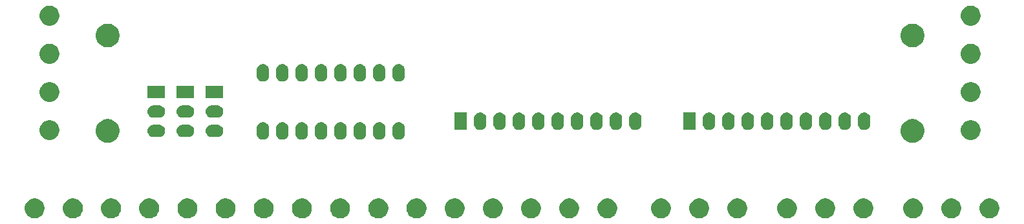
<source format=gbr>
G04 #@! TF.GenerationSoftware,KiCad,Pcbnew,(5.0.1)-3*
G04 #@! TF.CreationDate,2019-04-12T12:40:20-05:00*
G04 #@! TF.ProjectId,New_I2C_ports,4E65775F4932435F706F7274732E6B69,rev?*
G04 #@! TF.SameCoordinates,Original*
G04 #@! TF.FileFunction,Soldermask,Bot*
G04 #@! TF.FilePolarity,Negative*
%FSLAX46Y46*%
G04 Gerber Fmt 4.6, Leading zero omitted, Abs format (unit mm)*
G04 Created by KiCad (PCBNEW (5.0.1)-3) date 12/04/2019 12:40:20*
%MOMM*%
%LPD*%
G01*
G04 APERTURE LIST*
%ADD10C,0.100000*%
G04 APERTURE END LIST*
D10*
G36*
X208579485Y-142258996D02*
X208579487Y-142258997D01*
X208579488Y-142258997D01*
X208816255Y-142357069D01*
X209029342Y-142499449D01*
X209210551Y-142680658D01*
X209352931Y-142893745D01*
X209451004Y-143130515D01*
X209501000Y-143381861D01*
X209501000Y-143638139D01*
X209451004Y-143889485D01*
X209352931Y-144126255D01*
X209210551Y-144339342D01*
X209029342Y-144520551D01*
X209029339Y-144520553D01*
X208816255Y-144662931D01*
X208579488Y-144761003D01*
X208579487Y-144761003D01*
X208579485Y-144761004D01*
X208328139Y-144811000D01*
X208071861Y-144811000D01*
X207820515Y-144761004D01*
X207820513Y-144761003D01*
X207820512Y-144761003D01*
X207583745Y-144662931D01*
X207370661Y-144520553D01*
X207370658Y-144520551D01*
X207189449Y-144339342D01*
X207047069Y-144126255D01*
X206948996Y-143889485D01*
X206899000Y-143638139D01*
X206899000Y-143381861D01*
X206948996Y-143130515D01*
X207047069Y-142893745D01*
X207189449Y-142680658D01*
X207370658Y-142499449D01*
X207583745Y-142357069D01*
X207820512Y-142258997D01*
X207820513Y-142258997D01*
X207820515Y-142258996D01*
X208071861Y-142209000D01*
X208328139Y-142209000D01*
X208579485Y-142258996D01*
X208579485Y-142258996D01*
G37*
G36*
X143529485Y-142258996D02*
X143529487Y-142258997D01*
X143529488Y-142258997D01*
X143766255Y-142357069D01*
X143979342Y-142499449D01*
X144160551Y-142680658D01*
X144302931Y-142893745D01*
X144401004Y-143130515D01*
X144451000Y-143381861D01*
X144451000Y-143638139D01*
X144401004Y-143889485D01*
X144302931Y-144126255D01*
X144160551Y-144339342D01*
X143979342Y-144520551D01*
X143979339Y-144520553D01*
X143766255Y-144662931D01*
X143529488Y-144761003D01*
X143529487Y-144761003D01*
X143529485Y-144761004D01*
X143278139Y-144811000D01*
X143021861Y-144811000D01*
X142770515Y-144761004D01*
X142770513Y-144761003D01*
X142770512Y-144761003D01*
X142533745Y-144662931D01*
X142320661Y-144520553D01*
X142320658Y-144520551D01*
X142139449Y-144339342D01*
X141997069Y-144126255D01*
X141898996Y-143889485D01*
X141849000Y-143638139D01*
X141849000Y-143381861D01*
X141898996Y-143130515D01*
X141997069Y-142893745D01*
X142139449Y-142680658D01*
X142320658Y-142499449D01*
X142533745Y-142357069D01*
X142770512Y-142258997D01*
X142770513Y-142258997D01*
X142770515Y-142258996D01*
X143021861Y-142209000D01*
X143278139Y-142209000D01*
X143529485Y-142258996D01*
X143529485Y-142258996D01*
G37*
G36*
X198579485Y-142258996D02*
X198579487Y-142258997D01*
X198579488Y-142258997D01*
X198816255Y-142357069D01*
X199029342Y-142499449D01*
X199210551Y-142680658D01*
X199352931Y-142893745D01*
X199451004Y-143130515D01*
X199501000Y-143381861D01*
X199501000Y-143638139D01*
X199451004Y-143889485D01*
X199352931Y-144126255D01*
X199210551Y-144339342D01*
X199029342Y-144520551D01*
X199029339Y-144520553D01*
X198816255Y-144662931D01*
X198579488Y-144761003D01*
X198579487Y-144761003D01*
X198579485Y-144761004D01*
X198328139Y-144811000D01*
X198071861Y-144811000D01*
X197820515Y-144761004D01*
X197820513Y-144761003D01*
X197820512Y-144761003D01*
X197583745Y-144662931D01*
X197370661Y-144520553D01*
X197370658Y-144520551D01*
X197189449Y-144339342D01*
X197047069Y-144126255D01*
X196948996Y-143889485D01*
X196899000Y-143638139D01*
X196899000Y-143381861D01*
X196948996Y-143130515D01*
X197047069Y-142893745D01*
X197189449Y-142680658D01*
X197370658Y-142499449D01*
X197583745Y-142357069D01*
X197820512Y-142258997D01*
X197820513Y-142258997D01*
X197820515Y-142258996D01*
X198071861Y-142209000D01*
X198328139Y-142209000D01*
X198579485Y-142258996D01*
X198579485Y-142258996D01*
G37*
G36*
X192069485Y-142258996D02*
X192069487Y-142258997D01*
X192069488Y-142258997D01*
X192306255Y-142357069D01*
X192519342Y-142499449D01*
X192700551Y-142680658D01*
X192842931Y-142893745D01*
X192941004Y-143130515D01*
X192991000Y-143381861D01*
X192991000Y-143638139D01*
X192941004Y-143889485D01*
X192842931Y-144126255D01*
X192700551Y-144339342D01*
X192519342Y-144520551D01*
X192519339Y-144520553D01*
X192306255Y-144662931D01*
X192069488Y-144761003D01*
X192069487Y-144761003D01*
X192069485Y-144761004D01*
X191818139Y-144811000D01*
X191561861Y-144811000D01*
X191310515Y-144761004D01*
X191310513Y-144761003D01*
X191310512Y-144761003D01*
X191073745Y-144662931D01*
X190860661Y-144520553D01*
X190860658Y-144520551D01*
X190679449Y-144339342D01*
X190537069Y-144126255D01*
X190438996Y-143889485D01*
X190389000Y-143638139D01*
X190389000Y-143381861D01*
X190438996Y-143130515D01*
X190537069Y-142893745D01*
X190679449Y-142680658D01*
X190860658Y-142499449D01*
X191073745Y-142357069D01*
X191310512Y-142258997D01*
X191310513Y-142258997D01*
X191310515Y-142258996D01*
X191561861Y-142209000D01*
X191818139Y-142209000D01*
X192069485Y-142258996D01*
X192069485Y-142258996D01*
G37*
G36*
X182069485Y-142258996D02*
X182069487Y-142258997D01*
X182069488Y-142258997D01*
X182306255Y-142357069D01*
X182519342Y-142499449D01*
X182700551Y-142680658D01*
X182842931Y-142893745D01*
X182941004Y-143130515D01*
X182991000Y-143381861D01*
X182991000Y-143638139D01*
X182941004Y-143889485D01*
X182842931Y-144126255D01*
X182700551Y-144339342D01*
X182519342Y-144520551D01*
X182519339Y-144520553D01*
X182306255Y-144662931D01*
X182069488Y-144761003D01*
X182069487Y-144761003D01*
X182069485Y-144761004D01*
X181818139Y-144811000D01*
X181561861Y-144811000D01*
X181310515Y-144761004D01*
X181310513Y-144761003D01*
X181310512Y-144761003D01*
X181073745Y-144662931D01*
X180860661Y-144520553D01*
X180860658Y-144520551D01*
X180679449Y-144339342D01*
X180537069Y-144126255D01*
X180438996Y-143889485D01*
X180389000Y-143638139D01*
X180389000Y-143381861D01*
X180438996Y-143130515D01*
X180537069Y-142893745D01*
X180679449Y-142680658D01*
X180860658Y-142499449D01*
X181073745Y-142357069D01*
X181310512Y-142258997D01*
X181310513Y-142258997D01*
X181310515Y-142258996D01*
X181561861Y-142209000D01*
X181818139Y-142209000D01*
X182069485Y-142258996D01*
X182069485Y-142258996D01*
G37*
G36*
X187069485Y-142258996D02*
X187069487Y-142258997D01*
X187069488Y-142258997D01*
X187306255Y-142357069D01*
X187519342Y-142499449D01*
X187700551Y-142680658D01*
X187842931Y-142893745D01*
X187941004Y-143130515D01*
X187991000Y-143381861D01*
X187991000Y-143638139D01*
X187941004Y-143889485D01*
X187842931Y-144126255D01*
X187700551Y-144339342D01*
X187519342Y-144520551D01*
X187519339Y-144520553D01*
X187306255Y-144662931D01*
X187069488Y-144761003D01*
X187069487Y-144761003D01*
X187069485Y-144761004D01*
X186818139Y-144811000D01*
X186561861Y-144811000D01*
X186310515Y-144761004D01*
X186310513Y-144761003D01*
X186310512Y-144761003D01*
X186073745Y-144662931D01*
X185860661Y-144520553D01*
X185860658Y-144520551D01*
X185679449Y-144339342D01*
X185537069Y-144126255D01*
X185438996Y-143889485D01*
X185389000Y-143638139D01*
X185389000Y-143381861D01*
X185438996Y-143130515D01*
X185537069Y-142893745D01*
X185679449Y-142680658D01*
X185860658Y-142499449D01*
X186073745Y-142357069D01*
X186310512Y-142258997D01*
X186310513Y-142258997D01*
X186310515Y-142258996D01*
X186561861Y-142209000D01*
X186818139Y-142209000D01*
X187069485Y-142258996D01*
X187069485Y-142258996D01*
G37*
G36*
X175559485Y-142258996D02*
X175559487Y-142258997D01*
X175559488Y-142258997D01*
X175796255Y-142357069D01*
X176009342Y-142499449D01*
X176190551Y-142680658D01*
X176332931Y-142893745D01*
X176431004Y-143130515D01*
X176481000Y-143381861D01*
X176481000Y-143638139D01*
X176431004Y-143889485D01*
X176332931Y-144126255D01*
X176190551Y-144339342D01*
X176009342Y-144520551D01*
X176009339Y-144520553D01*
X175796255Y-144662931D01*
X175559488Y-144761003D01*
X175559487Y-144761003D01*
X175559485Y-144761004D01*
X175308139Y-144811000D01*
X175051861Y-144811000D01*
X174800515Y-144761004D01*
X174800513Y-144761003D01*
X174800512Y-144761003D01*
X174563745Y-144662931D01*
X174350661Y-144520553D01*
X174350658Y-144520551D01*
X174169449Y-144339342D01*
X174027069Y-144126255D01*
X173928996Y-143889485D01*
X173879000Y-143638139D01*
X173879000Y-143381861D01*
X173928996Y-143130515D01*
X174027069Y-142893745D01*
X174169449Y-142680658D01*
X174350658Y-142499449D01*
X174563745Y-142357069D01*
X174800512Y-142258997D01*
X174800513Y-142258997D01*
X174800515Y-142258996D01*
X175051861Y-142209000D01*
X175308139Y-142209000D01*
X175559485Y-142258996D01*
X175559485Y-142258996D01*
G37*
G36*
X165559485Y-142258996D02*
X165559487Y-142258997D01*
X165559488Y-142258997D01*
X165796255Y-142357069D01*
X166009342Y-142499449D01*
X166190551Y-142680658D01*
X166332931Y-142893745D01*
X166431004Y-143130515D01*
X166481000Y-143381861D01*
X166481000Y-143638139D01*
X166431004Y-143889485D01*
X166332931Y-144126255D01*
X166190551Y-144339342D01*
X166009342Y-144520551D01*
X166009339Y-144520553D01*
X165796255Y-144662931D01*
X165559488Y-144761003D01*
X165559487Y-144761003D01*
X165559485Y-144761004D01*
X165308139Y-144811000D01*
X165051861Y-144811000D01*
X164800515Y-144761004D01*
X164800513Y-144761003D01*
X164800512Y-144761003D01*
X164563745Y-144662931D01*
X164350661Y-144520553D01*
X164350658Y-144520551D01*
X164169449Y-144339342D01*
X164027069Y-144126255D01*
X163928996Y-143889485D01*
X163879000Y-143638139D01*
X163879000Y-143381861D01*
X163928996Y-143130515D01*
X164027069Y-142893745D01*
X164169449Y-142680658D01*
X164350658Y-142499449D01*
X164563745Y-142357069D01*
X164800512Y-142258997D01*
X164800513Y-142258997D01*
X164800515Y-142258996D01*
X165051861Y-142209000D01*
X165308139Y-142209000D01*
X165559485Y-142258996D01*
X165559485Y-142258996D01*
G37*
G36*
X170559485Y-142258996D02*
X170559487Y-142258997D01*
X170559488Y-142258997D01*
X170796255Y-142357069D01*
X171009342Y-142499449D01*
X171190551Y-142680658D01*
X171332931Y-142893745D01*
X171431004Y-143130515D01*
X171481000Y-143381861D01*
X171481000Y-143638139D01*
X171431004Y-143889485D01*
X171332931Y-144126255D01*
X171190551Y-144339342D01*
X171009342Y-144520551D01*
X171009339Y-144520553D01*
X170796255Y-144662931D01*
X170559488Y-144761003D01*
X170559487Y-144761003D01*
X170559485Y-144761004D01*
X170308139Y-144811000D01*
X170051861Y-144811000D01*
X169800515Y-144761004D01*
X169800513Y-144761003D01*
X169800512Y-144761003D01*
X169563745Y-144662931D01*
X169350661Y-144520553D01*
X169350658Y-144520551D01*
X169169449Y-144339342D01*
X169027069Y-144126255D01*
X168928996Y-143889485D01*
X168879000Y-143638139D01*
X168879000Y-143381861D01*
X168928996Y-143130515D01*
X169027069Y-142893745D01*
X169169449Y-142680658D01*
X169350658Y-142499449D01*
X169563745Y-142357069D01*
X169800512Y-142258997D01*
X169800513Y-142258997D01*
X169800515Y-142258996D01*
X170051861Y-142209000D01*
X170308139Y-142209000D01*
X170559485Y-142258996D01*
X170559485Y-142258996D01*
G37*
G36*
X158529485Y-142258996D02*
X158529487Y-142258997D01*
X158529488Y-142258997D01*
X158766255Y-142357069D01*
X158979342Y-142499449D01*
X159160551Y-142680658D01*
X159302931Y-142893745D01*
X159401004Y-143130515D01*
X159451000Y-143381861D01*
X159451000Y-143638139D01*
X159401004Y-143889485D01*
X159302931Y-144126255D01*
X159160551Y-144339342D01*
X158979342Y-144520551D01*
X158979339Y-144520553D01*
X158766255Y-144662931D01*
X158529488Y-144761003D01*
X158529487Y-144761003D01*
X158529485Y-144761004D01*
X158278139Y-144811000D01*
X158021861Y-144811000D01*
X157770515Y-144761004D01*
X157770513Y-144761003D01*
X157770512Y-144761003D01*
X157533745Y-144662931D01*
X157320661Y-144520553D01*
X157320658Y-144520551D01*
X157139449Y-144339342D01*
X156997069Y-144126255D01*
X156898996Y-143889485D01*
X156849000Y-143638139D01*
X156849000Y-143381861D01*
X156898996Y-143130515D01*
X156997069Y-142893745D01*
X157139449Y-142680658D01*
X157320658Y-142499449D01*
X157533745Y-142357069D01*
X157770512Y-142258997D01*
X157770513Y-142258997D01*
X157770515Y-142258996D01*
X158021861Y-142209000D01*
X158278139Y-142209000D01*
X158529485Y-142258996D01*
X158529485Y-142258996D01*
G37*
G36*
X153529485Y-142258996D02*
X153529487Y-142258997D01*
X153529488Y-142258997D01*
X153766255Y-142357069D01*
X153979342Y-142499449D01*
X154160551Y-142680658D01*
X154302931Y-142893745D01*
X154401004Y-143130515D01*
X154451000Y-143381861D01*
X154451000Y-143638139D01*
X154401004Y-143889485D01*
X154302931Y-144126255D01*
X154160551Y-144339342D01*
X153979342Y-144520551D01*
X153979339Y-144520553D01*
X153766255Y-144662931D01*
X153529488Y-144761003D01*
X153529487Y-144761003D01*
X153529485Y-144761004D01*
X153278139Y-144811000D01*
X153021861Y-144811000D01*
X152770515Y-144761004D01*
X152770513Y-144761003D01*
X152770512Y-144761003D01*
X152533745Y-144662931D01*
X152320661Y-144520553D01*
X152320658Y-144520551D01*
X152139449Y-144339342D01*
X151997069Y-144126255D01*
X151898996Y-143889485D01*
X151849000Y-143638139D01*
X151849000Y-143381861D01*
X151898996Y-143130515D01*
X151997069Y-142893745D01*
X152139449Y-142680658D01*
X152320658Y-142499449D01*
X152533745Y-142357069D01*
X152770512Y-142258997D01*
X152770513Y-142258997D01*
X152770515Y-142258996D01*
X153021861Y-142209000D01*
X153278139Y-142209000D01*
X153529485Y-142258996D01*
X153529485Y-142258996D01*
G37*
G36*
X148529485Y-142258996D02*
X148529487Y-142258997D01*
X148529488Y-142258997D01*
X148766255Y-142357069D01*
X148979342Y-142499449D01*
X149160551Y-142680658D01*
X149302931Y-142893745D01*
X149401004Y-143130515D01*
X149451000Y-143381861D01*
X149451000Y-143638139D01*
X149401004Y-143889485D01*
X149302931Y-144126255D01*
X149160551Y-144339342D01*
X148979342Y-144520551D01*
X148979339Y-144520553D01*
X148766255Y-144662931D01*
X148529488Y-144761003D01*
X148529487Y-144761003D01*
X148529485Y-144761004D01*
X148278139Y-144811000D01*
X148021861Y-144811000D01*
X147770515Y-144761004D01*
X147770513Y-144761003D01*
X147770512Y-144761003D01*
X147533745Y-144662931D01*
X147320661Y-144520553D01*
X147320658Y-144520551D01*
X147139449Y-144339342D01*
X146997069Y-144126255D01*
X146898996Y-143889485D01*
X146849000Y-143638139D01*
X146849000Y-143381861D01*
X146898996Y-143130515D01*
X146997069Y-142893745D01*
X147139449Y-142680658D01*
X147320658Y-142499449D01*
X147533745Y-142357069D01*
X147770512Y-142258997D01*
X147770513Y-142258997D01*
X147770515Y-142258996D01*
X148021861Y-142209000D01*
X148278139Y-142209000D01*
X148529485Y-142258996D01*
X148529485Y-142258996D01*
G37*
G36*
X203579485Y-142258996D02*
X203579487Y-142258997D01*
X203579488Y-142258997D01*
X203816255Y-142357069D01*
X204029342Y-142499449D01*
X204210551Y-142680658D01*
X204352931Y-142893745D01*
X204451004Y-143130515D01*
X204501000Y-143381861D01*
X204501000Y-143638139D01*
X204451004Y-143889485D01*
X204352931Y-144126255D01*
X204210551Y-144339342D01*
X204029342Y-144520551D01*
X204029339Y-144520553D01*
X203816255Y-144662931D01*
X203579488Y-144761003D01*
X203579487Y-144761003D01*
X203579485Y-144761004D01*
X203328139Y-144811000D01*
X203071861Y-144811000D01*
X202820515Y-144761004D01*
X202820513Y-144761003D01*
X202820512Y-144761003D01*
X202583745Y-144662931D01*
X202370661Y-144520553D01*
X202370658Y-144520551D01*
X202189449Y-144339342D01*
X202047069Y-144126255D01*
X201948996Y-143889485D01*
X201899000Y-143638139D01*
X201899000Y-143381861D01*
X201948996Y-143130515D01*
X202047069Y-142893745D01*
X202189449Y-142680658D01*
X202370658Y-142499449D01*
X202583745Y-142357069D01*
X202820512Y-142258997D01*
X202820513Y-142258997D01*
X202820515Y-142258996D01*
X203071861Y-142209000D01*
X203328139Y-142209000D01*
X203579485Y-142258996D01*
X203579485Y-142258996D01*
G37*
G36*
X133529485Y-142258996D02*
X133529487Y-142258997D01*
X133529488Y-142258997D01*
X133766255Y-142357069D01*
X133979342Y-142499449D01*
X134160551Y-142680658D01*
X134302931Y-142893745D01*
X134401004Y-143130515D01*
X134451000Y-143381861D01*
X134451000Y-143638139D01*
X134401004Y-143889485D01*
X134302931Y-144126255D01*
X134160551Y-144339342D01*
X133979342Y-144520551D01*
X133979339Y-144520553D01*
X133766255Y-144662931D01*
X133529488Y-144761003D01*
X133529487Y-144761003D01*
X133529485Y-144761004D01*
X133278139Y-144811000D01*
X133021861Y-144811000D01*
X132770515Y-144761004D01*
X132770513Y-144761003D01*
X132770512Y-144761003D01*
X132533745Y-144662931D01*
X132320661Y-144520553D01*
X132320658Y-144520551D01*
X132139449Y-144339342D01*
X131997069Y-144126255D01*
X131898996Y-143889485D01*
X131849000Y-143638139D01*
X131849000Y-143381861D01*
X131898996Y-143130515D01*
X131997069Y-142893745D01*
X132139449Y-142680658D01*
X132320658Y-142499449D01*
X132533745Y-142357069D01*
X132770512Y-142258997D01*
X132770513Y-142258997D01*
X132770515Y-142258996D01*
X133021861Y-142209000D01*
X133278139Y-142209000D01*
X133529485Y-142258996D01*
X133529485Y-142258996D01*
G37*
G36*
X138529485Y-142258996D02*
X138529487Y-142258997D01*
X138529488Y-142258997D01*
X138766255Y-142357069D01*
X138979342Y-142499449D01*
X139160551Y-142680658D01*
X139302931Y-142893745D01*
X139401004Y-143130515D01*
X139451000Y-143381861D01*
X139451000Y-143638139D01*
X139401004Y-143889485D01*
X139302931Y-144126255D01*
X139160551Y-144339342D01*
X138979342Y-144520551D01*
X138979339Y-144520553D01*
X138766255Y-144662931D01*
X138529488Y-144761003D01*
X138529487Y-144761003D01*
X138529485Y-144761004D01*
X138278139Y-144811000D01*
X138021861Y-144811000D01*
X137770515Y-144761004D01*
X137770513Y-144761003D01*
X137770512Y-144761003D01*
X137533745Y-144662931D01*
X137320661Y-144520553D01*
X137320658Y-144520551D01*
X137139449Y-144339342D01*
X136997069Y-144126255D01*
X136898996Y-143889485D01*
X136849000Y-143638139D01*
X136849000Y-143381861D01*
X136898996Y-143130515D01*
X136997069Y-142893745D01*
X137139449Y-142680658D01*
X137320658Y-142499449D01*
X137533745Y-142357069D01*
X137770512Y-142258997D01*
X137770513Y-142258997D01*
X137770515Y-142258996D01*
X138021861Y-142209000D01*
X138278139Y-142209000D01*
X138529485Y-142258996D01*
X138529485Y-142258996D01*
G37*
G36*
X88529485Y-142258996D02*
X88529487Y-142258997D01*
X88529488Y-142258997D01*
X88766255Y-142357069D01*
X88979342Y-142499449D01*
X89160551Y-142680658D01*
X89302931Y-142893745D01*
X89401004Y-143130515D01*
X89451000Y-143381861D01*
X89451000Y-143638139D01*
X89401004Y-143889485D01*
X89302931Y-144126255D01*
X89160551Y-144339342D01*
X88979342Y-144520551D01*
X88979339Y-144520553D01*
X88766255Y-144662931D01*
X88529488Y-144761003D01*
X88529487Y-144761003D01*
X88529485Y-144761004D01*
X88278139Y-144811000D01*
X88021861Y-144811000D01*
X87770515Y-144761004D01*
X87770513Y-144761003D01*
X87770512Y-144761003D01*
X87533745Y-144662931D01*
X87320661Y-144520553D01*
X87320658Y-144520551D01*
X87139449Y-144339342D01*
X86997069Y-144126255D01*
X86898996Y-143889485D01*
X86849000Y-143638139D01*
X86849000Y-143381861D01*
X86898996Y-143130515D01*
X86997069Y-142893745D01*
X87139449Y-142680658D01*
X87320658Y-142499449D01*
X87533745Y-142357069D01*
X87770512Y-142258997D01*
X87770513Y-142258997D01*
X87770515Y-142258996D01*
X88021861Y-142209000D01*
X88278139Y-142209000D01*
X88529485Y-142258996D01*
X88529485Y-142258996D01*
G37*
G36*
X83529485Y-142258996D02*
X83529487Y-142258997D01*
X83529488Y-142258997D01*
X83766255Y-142357069D01*
X83979342Y-142499449D01*
X84160551Y-142680658D01*
X84302931Y-142893745D01*
X84401004Y-143130515D01*
X84451000Y-143381861D01*
X84451000Y-143638139D01*
X84401004Y-143889485D01*
X84302931Y-144126255D01*
X84160551Y-144339342D01*
X83979342Y-144520551D01*
X83979339Y-144520553D01*
X83766255Y-144662931D01*
X83529488Y-144761003D01*
X83529487Y-144761003D01*
X83529485Y-144761004D01*
X83278139Y-144811000D01*
X83021861Y-144811000D01*
X82770515Y-144761004D01*
X82770513Y-144761003D01*
X82770512Y-144761003D01*
X82533745Y-144662931D01*
X82320661Y-144520553D01*
X82320658Y-144520551D01*
X82139449Y-144339342D01*
X81997069Y-144126255D01*
X81898996Y-143889485D01*
X81849000Y-143638139D01*
X81849000Y-143381861D01*
X81898996Y-143130515D01*
X81997069Y-142893745D01*
X82139449Y-142680658D01*
X82320658Y-142499449D01*
X82533745Y-142357069D01*
X82770512Y-142258997D01*
X82770513Y-142258997D01*
X82770515Y-142258996D01*
X83021861Y-142209000D01*
X83278139Y-142209000D01*
X83529485Y-142258996D01*
X83529485Y-142258996D01*
G37*
G36*
X93529485Y-142258996D02*
X93529487Y-142258997D01*
X93529488Y-142258997D01*
X93766255Y-142357069D01*
X93979342Y-142499449D01*
X94160551Y-142680658D01*
X94302931Y-142893745D01*
X94401004Y-143130515D01*
X94451000Y-143381861D01*
X94451000Y-143638139D01*
X94401004Y-143889485D01*
X94302931Y-144126255D01*
X94160551Y-144339342D01*
X93979342Y-144520551D01*
X93979339Y-144520553D01*
X93766255Y-144662931D01*
X93529488Y-144761003D01*
X93529487Y-144761003D01*
X93529485Y-144761004D01*
X93278139Y-144811000D01*
X93021861Y-144811000D01*
X92770515Y-144761004D01*
X92770513Y-144761003D01*
X92770512Y-144761003D01*
X92533745Y-144662931D01*
X92320661Y-144520553D01*
X92320658Y-144520551D01*
X92139449Y-144339342D01*
X91997069Y-144126255D01*
X91898996Y-143889485D01*
X91849000Y-143638139D01*
X91849000Y-143381861D01*
X91898996Y-143130515D01*
X91997069Y-142893745D01*
X92139449Y-142680658D01*
X92320658Y-142499449D01*
X92533745Y-142357069D01*
X92770512Y-142258997D01*
X92770513Y-142258997D01*
X92770515Y-142258996D01*
X93021861Y-142209000D01*
X93278139Y-142209000D01*
X93529485Y-142258996D01*
X93529485Y-142258996D01*
G37*
G36*
X98529485Y-142258996D02*
X98529487Y-142258997D01*
X98529488Y-142258997D01*
X98766255Y-142357069D01*
X98979342Y-142499449D01*
X99160551Y-142680658D01*
X99302931Y-142893745D01*
X99401004Y-143130515D01*
X99451000Y-143381861D01*
X99451000Y-143638139D01*
X99401004Y-143889485D01*
X99302931Y-144126255D01*
X99160551Y-144339342D01*
X98979342Y-144520551D01*
X98979339Y-144520553D01*
X98766255Y-144662931D01*
X98529488Y-144761003D01*
X98529487Y-144761003D01*
X98529485Y-144761004D01*
X98278139Y-144811000D01*
X98021861Y-144811000D01*
X97770515Y-144761004D01*
X97770513Y-144761003D01*
X97770512Y-144761003D01*
X97533745Y-144662931D01*
X97320661Y-144520553D01*
X97320658Y-144520551D01*
X97139449Y-144339342D01*
X96997069Y-144126255D01*
X96898996Y-143889485D01*
X96849000Y-143638139D01*
X96849000Y-143381861D01*
X96898996Y-143130515D01*
X96997069Y-142893745D01*
X97139449Y-142680658D01*
X97320658Y-142499449D01*
X97533745Y-142357069D01*
X97770512Y-142258997D01*
X97770513Y-142258997D01*
X97770515Y-142258996D01*
X98021861Y-142209000D01*
X98278139Y-142209000D01*
X98529485Y-142258996D01*
X98529485Y-142258996D01*
G37*
G36*
X103529485Y-142258996D02*
X103529487Y-142258997D01*
X103529488Y-142258997D01*
X103766255Y-142357069D01*
X103979342Y-142499449D01*
X104160551Y-142680658D01*
X104302931Y-142893745D01*
X104401004Y-143130515D01*
X104451000Y-143381861D01*
X104451000Y-143638139D01*
X104401004Y-143889485D01*
X104302931Y-144126255D01*
X104160551Y-144339342D01*
X103979342Y-144520551D01*
X103979339Y-144520553D01*
X103766255Y-144662931D01*
X103529488Y-144761003D01*
X103529487Y-144761003D01*
X103529485Y-144761004D01*
X103278139Y-144811000D01*
X103021861Y-144811000D01*
X102770515Y-144761004D01*
X102770513Y-144761003D01*
X102770512Y-144761003D01*
X102533745Y-144662931D01*
X102320661Y-144520553D01*
X102320658Y-144520551D01*
X102139449Y-144339342D01*
X101997069Y-144126255D01*
X101898996Y-143889485D01*
X101849000Y-143638139D01*
X101849000Y-143381861D01*
X101898996Y-143130515D01*
X101997069Y-142893745D01*
X102139449Y-142680658D01*
X102320658Y-142499449D01*
X102533745Y-142357069D01*
X102770512Y-142258997D01*
X102770513Y-142258997D01*
X102770515Y-142258996D01*
X103021861Y-142209000D01*
X103278139Y-142209000D01*
X103529485Y-142258996D01*
X103529485Y-142258996D01*
G37*
G36*
X108529485Y-142258996D02*
X108529487Y-142258997D01*
X108529488Y-142258997D01*
X108766255Y-142357069D01*
X108979342Y-142499449D01*
X109160551Y-142680658D01*
X109302931Y-142893745D01*
X109401004Y-143130515D01*
X109451000Y-143381861D01*
X109451000Y-143638139D01*
X109401004Y-143889485D01*
X109302931Y-144126255D01*
X109160551Y-144339342D01*
X108979342Y-144520551D01*
X108979339Y-144520553D01*
X108766255Y-144662931D01*
X108529488Y-144761003D01*
X108529487Y-144761003D01*
X108529485Y-144761004D01*
X108278139Y-144811000D01*
X108021861Y-144811000D01*
X107770515Y-144761004D01*
X107770513Y-144761003D01*
X107770512Y-144761003D01*
X107533745Y-144662931D01*
X107320661Y-144520553D01*
X107320658Y-144520551D01*
X107139449Y-144339342D01*
X106997069Y-144126255D01*
X106898996Y-143889485D01*
X106849000Y-143638139D01*
X106849000Y-143381861D01*
X106898996Y-143130515D01*
X106997069Y-142893745D01*
X107139449Y-142680658D01*
X107320658Y-142499449D01*
X107533745Y-142357069D01*
X107770512Y-142258997D01*
X107770513Y-142258997D01*
X107770515Y-142258996D01*
X108021861Y-142209000D01*
X108278139Y-142209000D01*
X108529485Y-142258996D01*
X108529485Y-142258996D01*
G37*
G36*
X113529485Y-142258996D02*
X113529487Y-142258997D01*
X113529488Y-142258997D01*
X113766255Y-142357069D01*
X113979342Y-142499449D01*
X114160551Y-142680658D01*
X114302931Y-142893745D01*
X114401004Y-143130515D01*
X114451000Y-143381861D01*
X114451000Y-143638139D01*
X114401004Y-143889485D01*
X114302931Y-144126255D01*
X114160551Y-144339342D01*
X113979342Y-144520551D01*
X113979339Y-144520553D01*
X113766255Y-144662931D01*
X113529488Y-144761003D01*
X113529487Y-144761003D01*
X113529485Y-144761004D01*
X113278139Y-144811000D01*
X113021861Y-144811000D01*
X112770515Y-144761004D01*
X112770513Y-144761003D01*
X112770512Y-144761003D01*
X112533745Y-144662931D01*
X112320661Y-144520553D01*
X112320658Y-144520551D01*
X112139449Y-144339342D01*
X111997069Y-144126255D01*
X111898996Y-143889485D01*
X111849000Y-143638139D01*
X111849000Y-143381861D01*
X111898996Y-143130515D01*
X111997069Y-142893745D01*
X112139449Y-142680658D01*
X112320658Y-142499449D01*
X112533745Y-142357069D01*
X112770512Y-142258997D01*
X112770513Y-142258997D01*
X112770515Y-142258996D01*
X113021861Y-142209000D01*
X113278139Y-142209000D01*
X113529485Y-142258996D01*
X113529485Y-142258996D01*
G37*
G36*
X118529485Y-142258996D02*
X118529487Y-142258997D01*
X118529488Y-142258997D01*
X118766255Y-142357069D01*
X118979342Y-142499449D01*
X119160551Y-142680658D01*
X119302931Y-142893745D01*
X119401004Y-143130515D01*
X119451000Y-143381861D01*
X119451000Y-143638139D01*
X119401004Y-143889485D01*
X119302931Y-144126255D01*
X119160551Y-144339342D01*
X118979342Y-144520551D01*
X118979339Y-144520553D01*
X118766255Y-144662931D01*
X118529488Y-144761003D01*
X118529487Y-144761003D01*
X118529485Y-144761004D01*
X118278139Y-144811000D01*
X118021861Y-144811000D01*
X117770515Y-144761004D01*
X117770513Y-144761003D01*
X117770512Y-144761003D01*
X117533745Y-144662931D01*
X117320661Y-144520553D01*
X117320658Y-144520551D01*
X117139449Y-144339342D01*
X116997069Y-144126255D01*
X116898996Y-143889485D01*
X116849000Y-143638139D01*
X116849000Y-143381861D01*
X116898996Y-143130515D01*
X116997069Y-142893745D01*
X117139449Y-142680658D01*
X117320658Y-142499449D01*
X117533745Y-142357069D01*
X117770512Y-142258997D01*
X117770513Y-142258997D01*
X117770515Y-142258996D01*
X118021861Y-142209000D01*
X118278139Y-142209000D01*
X118529485Y-142258996D01*
X118529485Y-142258996D01*
G37*
G36*
X123529485Y-142258996D02*
X123529487Y-142258997D01*
X123529488Y-142258997D01*
X123766255Y-142357069D01*
X123979342Y-142499449D01*
X124160551Y-142680658D01*
X124302931Y-142893745D01*
X124401004Y-143130515D01*
X124451000Y-143381861D01*
X124451000Y-143638139D01*
X124401004Y-143889485D01*
X124302931Y-144126255D01*
X124160551Y-144339342D01*
X123979342Y-144520551D01*
X123979339Y-144520553D01*
X123766255Y-144662931D01*
X123529488Y-144761003D01*
X123529487Y-144761003D01*
X123529485Y-144761004D01*
X123278139Y-144811000D01*
X123021861Y-144811000D01*
X122770515Y-144761004D01*
X122770513Y-144761003D01*
X122770512Y-144761003D01*
X122533745Y-144662931D01*
X122320661Y-144520553D01*
X122320658Y-144520551D01*
X122139449Y-144339342D01*
X121997069Y-144126255D01*
X121898996Y-143889485D01*
X121849000Y-143638139D01*
X121849000Y-143381861D01*
X121898996Y-143130515D01*
X121997069Y-142893745D01*
X122139449Y-142680658D01*
X122320658Y-142499449D01*
X122533745Y-142357069D01*
X122770512Y-142258997D01*
X122770513Y-142258997D01*
X122770515Y-142258996D01*
X123021861Y-142209000D01*
X123278139Y-142209000D01*
X123529485Y-142258996D01*
X123529485Y-142258996D01*
G37*
G36*
X128529485Y-142258996D02*
X128529487Y-142258997D01*
X128529488Y-142258997D01*
X128766255Y-142357069D01*
X128979342Y-142499449D01*
X129160551Y-142680658D01*
X129302931Y-142893745D01*
X129401004Y-143130515D01*
X129451000Y-143381861D01*
X129451000Y-143638139D01*
X129401004Y-143889485D01*
X129302931Y-144126255D01*
X129160551Y-144339342D01*
X128979342Y-144520551D01*
X128979339Y-144520553D01*
X128766255Y-144662931D01*
X128529488Y-144761003D01*
X128529487Y-144761003D01*
X128529485Y-144761004D01*
X128278139Y-144811000D01*
X128021861Y-144811000D01*
X127770515Y-144761004D01*
X127770513Y-144761003D01*
X127770512Y-144761003D01*
X127533745Y-144662931D01*
X127320661Y-144520553D01*
X127320658Y-144520551D01*
X127139449Y-144339342D01*
X126997069Y-144126255D01*
X126898996Y-143889485D01*
X126849000Y-143638139D01*
X126849000Y-143381861D01*
X126898996Y-143130515D01*
X126997069Y-142893745D01*
X127139449Y-142680658D01*
X127320658Y-142499449D01*
X127533745Y-142357069D01*
X127770512Y-142258997D01*
X127770513Y-142258997D01*
X127770515Y-142258996D01*
X128021861Y-142209000D01*
X128278139Y-142209000D01*
X128529485Y-142258996D01*
X128529485Y-142258996D01*
G37*
G36*
X93062527Y-131838736D02*
X93162410Y-131858604D01*
X93444674Y-131975521D01*
X93698705Y-132145259D01*
X93914741Y-132361295D01*
X94084479Y-132615326D01*
X94201396Y-132897590D01*
X94201396Y-132897591D01*
X94261000Y-133197238D01*
X94261000Y-133502762D01*
X94259684Y-133509376D01*
X94201396Y-133802410D01*
X94084479Y-134084674D01*
X93914741Y-134338705D01*
X93698705Y-134554741D01*
X93444674Y-134724479D01*
X93162410Y-134841396D01*
X93062527Y-134861264D01*
X92862762Y-134901000D01*
X92557238Y-134901000D01*
X92357473Y-134861264D01*
X92257590Y-134841396D01*
X91975326Y-134724479D01*
X91721295Y-134554741D01*
X91505259Y-134338705D01*
X91335521Y-134084674D01*
X91218604Y-133802410D01*
X91160316Y-133509376D01*
X91159000Y-133502762D01*
X91159000Y-133197238D01*
X91218604Y-132897591D01*
X91218604Y-132897590D01*
X91335521Y-132615326D01*
X91505259Y-132361295D01*
X91721295Y-132145259D01*
X91975326Y-131975521D01*
X92257590Y-131858604D01*
X92357473Y-131838736D01*
X92557238Y-131799000D01*
X92862762Y-131799000D01*
X93062527Y-131838736D01*
X93062527Y-131838736D01*
G37*
G36*
X198472527Y-131838736D02*
X198572410Y-131858604D01*
X198854674Y-131975521D01*
X199108705Y-132145259D01*
X199324741Y-132361295D01*
X199494479Y-132615326D01*
X199611396Y-132897590D01*
X199611396Y-132897591D01*
X199671000Y-133197238D01*
X199671000Y-133502762D01*
X199669684Y-133509376D01*
X199611396Y-133802410D01*
X199494479Y-134084674D01*
X199324741Y-134338705D01*
X199108705Y-134554741D01*
X198854674Y-134724479D01*
X198572410Y-134841396D01*
X198472527Y-134861264D01*
X198272762Y-134901000D01*
X197967238Y-134901000D01*
X197767473Y-134861264D01*
X197667590Y-134841396D01*
X197385326Y-134724479D01*
X197131295Y-134554741D01*
X196915259Y-134338705D01*
X196745521Y-134084674D01*
X196628604Y-133802410D01*
X196570316Y-133509376D01*
X196569000Y-133502762D01*
X196569000Y-133197238D01*
X196628604Y-132897591D01*
X196628604Y-132897590D01*
X196745521Y-132615326D01*
X196915259Y-132361295D01*
X197131295Y-132145259D01*
X197385326Y-131975521D01*
X197667590Y-131858604D01*
X197767473Y-131838736D01*
X197967238Y-131799000D01*
X198272762Y-131799000D01*
X198472527Y-131838736D01*
X198472527Y-131838736D01*
G37*
G36*
X206119485Y-131978996D02*
X206119487Y-131978997D01*
X206119488Y-131978997D01*
X206356255Y-132077069D01*
X206569342Y-132219449D01*
X206750551Y-132400658D01*
X206750553Y-132400661D01*
X206892931Y-132613745D01*
X206988147Y-132843616D01*
X206991004Y-132850515D01*
X207041000Y-133101861D01*
X207041000Y-133358139D01*
X206991004Y-133609485D01*
X206892931Y-133846255D01*
X206750551Y-134059342D01*
X206569342Y-134240551D01*
X206569339Y-134240553D01*
X206356255Y-134382931D01*
X206119488Y-134481003D01*
X206119487Y-134481003D01*
X206119485Y-134481004D01*
X205868139Y-134531000D01*
X205611861Y-134531000D01*
X205360515Y-134481004D01*
X205360513Y-134481003D01*
X205360512Y-134481003D01*
X205123745Y-134382931D01*
X204910661Y-134240553D01*
X204910658Y-134240551D01*
X204729449Y-134059342D01*
X204587069Y-133846255D01*
X204488996Y-133609485D01*
X204439000Y-133358139D01*
X204439000Y-133101861D01*
X204488996Y-132850515D01*
X204491854Y-132843616D01*
X204587069Y-132613745D01*
X204729447Y-132400661D01*
X204729449Y-132400658D01*
X204910658Y-132219449D01*
X205123745Y-132077069D01*
X205360512Y-131978997D01*
X205360513Y-131978997D01*
X205360515Y-131978996D01*
X205611861Y-131929000D01*
X205868139Y-131929000D01*
X206119485Y-131978996D01*
X206119485Y-131978996D01*
G37*
G36*
X85469485Y-131978996D02*
X85469487Y-131978997D01*
X85469488Y-131978997D01*
X85706255Y-132077069D01*
X85919342Y-132219449D01*
X86100551Y-132400658D01*
X86100553Y-132400661D01*
X86242931Y-132613745D01*
X86338147Y-132843616D01*
X86341004Y-132850515D01*
X86391000Y-133101861D01*
X86391000Y-133358139D01*
X86341004Y-133609485D01*
X86242931Y-133846255D01*
X86100551Y-134059342D01*
X85919342Y-134240551D01*
X85919339Y-134240553D01*
X85706255Y-134382931D01*
X85469488Y-134481003D01*
X85469487Y-134481003D01*
X85469485Y-134481004D01*
X85218139Y-134531000D01*
X84961861Y-134531000D01*
X84710515Y-134481004D01*
X84710513Y-134481003D01*
X84710512Y-134481003D01*
X84473745Y-134382931D01*
X84260661Y-134240553D01*
X84260658Y-134240551D01*
X84079449Y-134059342D01*
X83937069Y-133846255D01*
X83838996Y-133609485D01*
X83789000Y-133358139D01*
X83789000Y-133101861D01*
X83838996Y-132850515D01*
X83841854Y-132843616D01*
X83937069Y-132613745D01*
X84079447Y-132400661D01*
X84079449Y-132400658D01*
X84260658Y-132219449D01*
X84473745Y-132077069D01*
X84710512Y-131978997D01*
X84710513Y-131978997D01*
X84710515Y-131978996D01*
X84961861Y-131929000D01*
X85218139Y-131929000D01*
X85469485Y-131978996D01*
X85469485Y-131978996D01*
G37*
G36*
X118267134Y-132210778D02*
X118367865Y-132241335D01*
X118418232Y-132256613D01*
X118464648Y-132281423D01*
X118557482Y-132331044D01*
X118679538Y-132431212D01*
X118779706Y-132553267D01*
X118802147Y-132595252D01*
X118854137Y-132692517D01*
X118865643Y-132730447D01*
X118899972Y-132843615D01*
X118911570Y-132961375D01*
X118911570Y-133738625D01*
X118899972Y-133856385D01*
X118878351Y-133927659D01*
X118854137Y-134007483D01*
X118842499Y-134029255D01*
X118779706Y-134146733D01*
X118679538Y-134268788D01*
X118557483Y-134368956D01*
X118464649Y-134418577D01*
X118418233Y-134443387D01*
X118367866Y-134458665D01*
X118267135Y-134489222D01*
X118110000Y-134504698D01*
X117952866Y-134489222D01*
X117852135Y-134458665D01*
X117801768Y-134443387D01*
X117755352Y-134418577D01*
X117662518Y-134368956D01*
X117540463Y-134268788D01*
X117440295Y-134146733D01*
X117365864Y-134007482D01*
X117320028Y-133856385D01*
X117308430Y-133738625D01*
X117308430Y-132961376D01*
X117320028Y-132843616D01*
X117365863Y-132692519D01*
X117365863Y-132692518D01*
X117390673Y-132646102D01*
X117440294Y-132553268D01*
X117540462Y-132431212D01*
X117662517Y-132331044D01*
X117755351Y-132281423D01*
X117801767Y-132256613D01*
X117852134Y-132241335D01*
X117952865Y-132210778D01*
X118110000Y-132195302D01*
X118267134Y-132210778D01*
X118267134Y-132210778D01*
G37*
G36*
X115727134Y-132210778D02*
X115827865Y-132241335D01*
X115878232Y-132256613D01*
X115924648Y-132281423D01*
X116017482Y-132331044D01*
X116139538Y-132431212D01*
X116239706Y-132553267D01*
X116262147Y-132595252D01*
X116314137Y-132692517D01*
X116325643Y-132730447D01*
X116359972Y-132843615D01*
X116371570Y-132961375D01*
X116371570Y-133738625D01*
X116359972Y-133856385D01*
X116338351Y-133927659D01*
X116314137Y-134007483D01*
X116302499Y-134029255D01*
X116239706Y-134146733D01*
X116139538Y-134268788D01*
X116017483Y-134368956D01*
X115924649Y-134418577D01*
X115878233Y-134443387D01*
X115827866Y-134458665D01*
X115727135Y-134489222D01*
X115570000Y-134504698D01*
X115412866Y-134489222D01*
X115312135Y-134458665D01*
X115261768Y-134443387D01*
X115215352Y-134418577D01*
X115122518Y-134368956D01*
X115000463Y-134268788D01*
X114900295Y-134146733D01*
X114825864Y-134007482D01*
X114780028Y-133856385D01*
X114768430Y-133738625D01*
X114768430Y-132961376D01*
X114780028Y-132843616D01*
X114825863Y-132692519D01*
X114825863Y-132692518D01*
X114850673Y-132646102D01*
X114900294Y-132553268D01*
X115000462Y-132431212D01*
X115122517Y-132331044D01*
X115215351Y-132281423D01*
X115261767Y-132256613D01*
X115312134Y-132241335D01*
X115412865Y-132210778D01*
X115570000Y-132195302D01*
X115727134Y-132210778D01*
X115727134Y-132210778D01*
G37*
G36*
X128427134Y-132210778D02*
X128527865Y-132241335D01*
X128578232Y-132256613D01*
X128624648Y-132281423D01*
X128717482Y-132331044D01*
X128839538Y-132431212D01*
X128939706Y-132553267D01*
X128962147Y-132595252D01*
X129014137Y-132692517D01*
X129025643Y-132730447D01*
X129059972Y-132843615D01*
X129071570Y-132961375D01*
X129071570Y-133738625D01*
X129059972Y-133856385D01*
X129038351Y-133927659D01*
X129014137Y-134007483D01*
X129002499Y-134029255D01*
X128939706Y-134146733D01*
X128839538Y-134268788D01*
X128717483Y-134368956D01*
X128624649Y-134418577D01*
X128578233Y-134443387D01*
X128527866Y-134458665D01*
X128427135Y-134489222D01*
X128270000Y-134504698D01*
X128112866Y-134489222D01*
X128012135Y-134458665D01*
X127961768Y-134443387D01*
X127915352Y-134418577D01*
X127822518Y-134368956D01*
X127700463Y-134268788D01*
X127600295Y-134146733D01*
X127525864Y-134007482D01*
X127480028Y-133856385D01*
X127468430Y-133738625D01*
X127468430Y-132961376D01*
X127480028Y-132843616D01*
X127525863Y-132692519D01*
X127525863Y-132692518D01*
X127550673Y-132646102D01*
X127600294Y-132553268D01*
X127700462Y-132431212D01*
X127822517Y-132331044D01*
X127915351Y-132281423D01*
X127961767Y-132256613D01*
X128012134Y-132241335D01*
X128112865Y-132210778D01*
X128270000Y-132195302D01*
X128427134Y-132210778D01*
X128427134Y-132210778D01*
G37*
G36*
X113187134Y-132210778D02*
X113287865Y-132241335D01*
X113338232Y-132256613D01*
X113384648Y-132281423D01*
X113477482Y-132331044D01*
X113599538Y-132431212D01*
X113699706Y-132553267D01*
X113722147Y-132595252D01*
X113774137Y-132692517D01*
X113785643Y-132730447D01*
X113819972Y-132843615D01*
X113831570Y-132961375D01*
X113831570Y-133738625D01*
X113819972Y-133856385D01*
X113798351Y-133927659D01*
X113774137Y-134007483D01*
X113762499Y-134029255D01*
X113699706Y-134146733D01*
X113599538Y-134268788D01*
X113477483Y-134368956D01*
X113384649Y-134418577D01*
X113338233Y-134443387D01*
X113287866Y-134458665D01*
X113187135Y-134489222D01*
X113030000Y-134504698D01*
X112872866Y-134489222D01*
X112772135Y-134458665D01*
X112721768Y-134443387D01*
X112675352Y-134418577D01*
X112582518Y-134368956D01*
X112460463Y-134268788D01*
X112360295Y-134146733D01*
X112285864Y-134007482D01*
X112240028Y-133856385D01*
X112228430Y-133738625D01*
X112228430Y-132961376D01*
X112240028Y-132843616D01*
X112285863Y-132692519D01*
X112285863Y-132692518D01*
X112310673Y-132646102D01*
X112360294Y-132553268D01*
X112460462Y-132431212D01*
X112582517Y-132331044D01*
X112675351Y-132281423D01*
X112721767Y-132256613D01*
X112772134Y-132241335D01*
X112872865Y-132210778D01*
X113030000Y-132195302D01*
X113187134Y-132210778D01*
X113187134Y-132210778D01*
G37*
G36*
X125887134Y-132210778D02*
X125987865Y-132241335D01*
X126038232Y-132256613D01*
X126084648Y-132281423D01*
X126177482Y-132331044D01*
X126299538Y-132431212D01*
X126399706Y-132553267D01*
X126422147Y-132595252D01*
X126474137Y-132692517D01*
X126485643Y-132730447D01*
X126519972Y-132843615D01*
X126531570Y-132961375D01*
X126531570Y-133738625D01*
X126519972Y-133856385D01*
X126498351Y-133927659D01*
X126474137Y-134007483D01*
X126462499Y-134029255D01*
X126399706Y-134146733D01*
X126299538Y-134268788D01*
X126177483Y-134368956D01*
X126084649Y-134418577D01*
X126038233Y-134443387D01*
X125987866Y-134458665D01*
X125887135Y-134489222D01*
X125730000Y-134504698D01*
X125572866Y-134489222D01*
X125472135Y-134458665D01*
X125421768Y-134443387D01*
X125375352Y-134418577D01*
X125282518Y-134368956D01*
X125160463Y-134268788D01*
X125060295Y-134146733D01*
X124985864Y-134007482D01*
X124940028Y-133856385D01*
X124928430Y-133738625D01*
X124928430Y-132961376D01*
X124940028Y-132843616D01*
X124985863Y-132692519D01*
X124985863Y-132692518D01*
X125010673Y-132646102D01*
X125060294Y-132553268D01*
X125160462Y-132431212D01*
X125282517Y-132331044D01*
X125375351Y-132281423D01*
X125421767Y-132256613D01*
X125472134Y-132241335D01*
X125572865Y-132210778D01*
X125730000Y-132195302D01*
X125887134Y-132210778D01*
X125887134Y-132210778D01*
G37*
G36*
X120807134Y-132210778D02*
X120907865Y-132241335D01*
X120958232Y-132256613D01*
X121004648Y-132281423D01*
X121097482Y-132331044D01*
X121219538Y-132431212D01*
X121319706Y-132553267D01*
X121342147Y-132595252D01*
X121394137Y-132692517D01*
X121405643Y-132730447D01*
X121439972Y-132843615D01*
X121451570Y-132961375D01*
X121451570Y-133738625D01*
X121439972Y-133856385D01*
X121418351Y-133927659D01*
X121394137Y-134007483D01*
X121382499Y-134029255D01*
X121319706Y-134146733D01*
X121219538Y-134268788D01*
X121097483Y-134368956D01*
X121004649Y-134418577D01*
X120958233Y-134443387D01*
X120907866Y-134458665D01*
X120807135Y-134489222D01*
X120650000Y-134504698D01*
X120492866Y-134489222D01*
X120392135Y-134458665D01*
X120341768Y-134443387D01*
X120295352Y-134418577D01*
X120202518Y-134368956D01*
X120080463Y-134268788D01*
X119980295Y-134146733D01*
X119905864Y-134007482D01*
X119860028Y-133856385D01*
X119848430Y-133738625D01*
X119848430Y-132961376D01*
X119860028Y-132843616D01*
X119905863Y-132692519D01*
X119905863Y-132692518D01*
X119930673Y-132646102D01*
X119980294Y-132553268D01*
X120080462Y-132431212D01*
X120202517Y-132331044D01*
X120295351Y-132281423D01*
X120341767Y-132256613D01*
X120392134Y-132241335D01*
X120492865Y-132210778D01*
X120650000Y-132195302D01*
X120807134Y-132210778D01*
X120807134Y-132210778D01*
G37*
G36*
X130967134Y-132210778D02*
X131067865Y-132241335D01*
X131118232Y-132256613D01*
X131164648Y-132281423D01*
X131257482Y-132331044D01*
X131379538Y-132431212D01*
X131479706Y-132553267D01*
X131502147Y-132595252D01*
X131554137Y-132692517D01*
X131565643Y-132730447D01*
X131599972Y-132843615D01*
X131611570Y-132961375D01*
X131611570Y-133738625D01*
X131599972Y-133856385D01*
X131578351Y-133927659D01*
X131554137Y-134007483D01*
X131542499Y-134029255D01*
X131479706Y-134146733D01*
X131379538Y-134268788D01*
X131257483Y-134368956D01*
X131164649Y-134418577D01*
X131118233Y-134443387D01*
X131067866Y-134458665D01*
X130967135Y-134489222D01*
X130810000Y-134504698D01*
X130652866Y-134489222D01*
X130552135Y-134458665D01*
X130501768Y-134443387D01*
X130455352Y-134418577D01*
X130362518Y-134368956D01*
X130240463Y-134268788D01*
X130140295Y-134146733D01*
X130065864Y-134007482D01*
X130020028Y-133856385D01*
X130008430Y-133738625D01*
X130008430Y-132961376D01*
X130020028Y-132843616D01*
X130065863Y-132692519D01*
X130065863Y-132692518D01*
X130090673Y-132646102D01*
X130140294Y-132553268D01*
X130240462Y-132431212D01*
X130362517Y-132331044D01*
X130455351Y-132281423D01*
X130501767Y-132256613D01*
X130552134Y-132241335D01*
X130652865Y-132210778D01*
X130810000Y-132195302D01*
X130967134Y-132210778D01*
X130967134Y-132210778D01*
G37*
G36*
X123347134Y-132210778D02*
X123447865Y-132241335D01*
X123498232Y-132256613D01*
X123544648Y-132281423D01*
X123637482Y-132331044D01*
X123759538Y-132431212D01*
X123859706Y-132553267D01*
X123882147Y-132595252D01*
X123934137Y-132692517D01*
X123945643Y-132730447D01*
X123979972Y-132843615D01*
X123991570Y-132961375D01*
X123991570Y-133738625D01*
X123979972Y-133856385D01*
X123958351Y-133927659D01*
X123934137Y-134007483D01*
X123922499Y-134029255D01*
X123859706Y-134146733D01*
X123759538Y-134268788D01*
X123637483Y-134368956D01*
X123544649Y-134418577D01*
X123498233Y-134443387D01*
X123447866Y-134458665D01*
X123347135Y-134489222D01*
X123190000Y-134504698D01*
X123032866Y-134489222D01*
X122932135Y-134458665D01*
X122881768Y-134443387D01*
X122835352Y-134418577D01*
X122742518Y-134368956D01*
X122620463Y-134268788D01*
X122520295Y-134146733D01*
X122445864Y-134007482D01*
X122400028Y-133856385D01*
X122388430Y-133738625D01*
X122388430Y-132961376D01*
X122400028Y-132843616D01*
X122445863Y-132692519D01*
X122445863Y-132692518D01*
X122470673Y-132646102D01*
X122520294Y-132553268D01*
X122620462Y-132431212D01*
X122742517Y-132331044D01*
X122835351Y-132281423D01*
X122881767Y-132256613D01*
X122932134Y-132241335D01*
X123032865Y-132210778D01*
X123190000Y-132195302D01*
X123347134Y-132210778D01*
X123347134Y-132210778D01*
G37*
G36*
X99477567Y-132540921D02*
X99557196Y-132548764D01*
X99650924Y-132577196D01*
X99710448Y-132595252D01*
X99851685Y-132670745D01*
X99975479Y-132772341D01*
X100077075Y-132896135D01*
X100152568Y-133037372D01*
X100152568Y-133037373D01*
X100199056Y-133190624D01*
X100214753Y-133350000D01*
X100199056Y-133509376D01*
X100168688Y-133609485D01*
X100152568Y-133662628D01*
X100077075Y-133803865D01*
X99975479Y-133927659D01*
X99851685Y-134029255D01*
X99710448Y-134104748D01*
X99659363Y-134120244D01*
X99557196Y-134151236D01*
X99477567Y-134159079D01*
X99437754Y-134163000D01*
X98682246Y-134163000D01*
X98642433Y-134159079D01*
X98562804Y-134151236D01*
X98460637Y-134120244D01*
X98409552Y-134104748D01*
X98268315Y-134029255D01*
X98144521Y-133927659D01*
X98042925Y-133803865D01*
X97967432Y-133662628D01*
X97951312Y-133609485D01*
X97920944Y-133509376D01*
X97905247Y-133350000D01*
X97920944Y-133190624D01*
X97967432Y-133037373D01*
X97967432Y-133037372D01*
X98042925Y-132896135D01*
X98144521Y-132772341D01*
X98268315Y-132670745D01*
X98409552Y-132595252D01*
X98469076Y-132577196D01*
X98562804Y-132548764D01*
X98642433Y-132540921D01*
X98682246Y-132537000D01*
X99437754Y-132537000D01*
X99477567Y-132540921D01*
X99477567Y-132540921D01*
G37*
G36*
X103287567Y-132540921D02*
X103367196Y-132548764D01*
X103460924Y-132577196D01*
X103520448Y-132595252D01*
X103661685Y-132670745D01*
X103785479Y-132772341D01*
X103887075Y-132896135D01*
X103962568Y-133037372D01*
X103962568Y-133037373D01*
X104009056Y-133190624D01*
X104024753Y-133350000D01*
X104009056Y-133509376D01*
X103978688Y-133609485D01*
X103962568Y-133662628D01*
X103887075Y-133803865D01*
X103785479Y-133927659D01*
X103661685Y-134029255D01*
X103520448Y-134104748D01*
X103469363Y-134120244D01*
X103367196Y-134151236D01*
X103287567Y-134159079D01*
X103247754Y-134163000D01*
X102492246Y-134163000D01*
X102452433Y-134159079D01*
X102372804Y-134151236D01*
X102270637Y-134120244D01*
X102219552Y-134104748D01*
X102078315Y-134029255D01*
X101954521Y-133927659D01*
X101852925Y-133803865D01*
X101777432Y-133662628D01*
X101761312Y-133609485D01*
X101730944Y-133509376D01*
X101715247Y-133350000D01*
X101730944Y-133190624D01*
X101777432Y-133037373D01*
X101777432Y-133037372D01*
X101852925Y-132896135D01*
X101954521Y-132772341D01*
X102078315Y-132670745D01*
X102219552Y-132595252D01*
X102279076Y-132577196D01*
X102372804Y-132548764D01*
X102452433Y-132540921D01*
X102492246Y-132537000D01*
X103247754Y-132537000D01*
X103287567Y-132540921D01*
X103287567Y-132540921D01*
G37*
G36*
X107097567Y-132540921D02*
X107177196Y-132548764D01*
X107270924Y-132577196D01*
X107330448Y-132595252D01*
X107471685Y-132670745D01*
X107595479Y-132772341D01*
X107697075Y-132896135D01*
X107772568Y-133037372D01*
X107772568Y-133037373D01*
X107819056Y-133190624D01*
X107834753Y-133350000D01*
X107819056Y-133509376D01*
X107788688Y-133609485D01*
X107772568Y-133662628D01*
X107697075Y-133803865D01*
X107595479Y-133927659D01*
X107471685Y-134029255D01*
X107330448Y-134104748D01*
X107279363Y-134120244D01*
X107177196Y-134151236D01*
X107097567Y-134159079D01*
X107057754Y-134163000D01*
X106302246Y-134163000D01*
X106262433Y-134159079D01*
X106182804Y-134151236D01*
X106080637Y-134120244D01*
X106029552Y-134104748D01*
X105888315Y-134029255D01*
X105764521Y-133927659D01*
X105662925Y-133803865D01*
X105587432Y-133662628D01*
X105571312Y-133609485D01*
X105540944Y-133509376D01*
X105525247Y-133350000D01*
X105540944Y-133190624D01*
X105587432Y-133037373D01*
X105587432Y-133037372D01*
X105662925Y-132896135D01*
X105764521Y-132772341D01*
X105888315Y-132670745D01*
X106029552Y-132595252D01*
X106089076Y-132577196D01*
X106182804Y-132548764D01*
X106262433Y-132540921D01*
X106302246Y-132537000D01*
X107057754Y-132537000D01*
X107097567Y-132540921D01*
X107097567Y-132540921D01*
G37*
G36*
X144177375Y-130940944D02*
X144271103Y-130969376D01*
X144330627Y-130987432D01*
X144406120Y-131027785D01*
X144471863Y-131062925D01*
X144471865Y-131062926D01*
X144471864Y-131062926D01*
X144595659Y-131164521D01*
X144697255Y-131288315D01*
X144772748Y-131429552D01*
X144788244Y-131480637D01*
X144819236Y-131582804D01*
X144831000Y-131702247D01*
X144831000Y-132457753D01*
X144819236Y-132577196D01*
X144790858Y-132670745D01*
X144772748Y-132730448D01*
X144697255Y-132871685D01*
X144595659Y-132995479D01*
X144471865Y-133097075D01*
X144330628Y-133172568D01*
X144279543Y-133188064D01*
X144177376Y-133219056D01*
X144018000Y-133234753D01*
X143858625Y-133219056D01*
X143756458Y-133188064D01*
X143705373Y-133172568D01*
X143564136Y-133097075D01*
X143440342Y-132995479D01*
X143338746Y-132871685D01*
X143263254Y-132730449D01*
X143263253Y-132730447D01*
X143216764Y-132577196D01*
X143205000Y-132457753D01*
X143205000Y-131702248D01*
X143216764Y-131582805D01*
X143263252Y-131429554D01*
X143263252Y-131429553D01*
X143338746Y-131288316D01*
X143440341Y-131164521D01*
X143564135Y-131062925D01*
X143705372Y-130987432D01*
X143764896Y-130969376D01*
X143858624Y-130940944D01*
X144018000Y-130925247D01*
X144177375Y-130940944D01*
X144177375Y-130940944D01*
G37*
G36*
X191929375Y-130940944D02*
X192023103Y-130969376D01*
X192082627Y-130987432D01*
X192158120Y-131027785D01*
X192223863Y-131062925D01*
X192223865Y-131062926D01*
X192223864Y-131062926D01*
X192347659Y-131164521D01*
X192449255Y-131288315D01*
X192524748Y-131429552D01*
X192540244Y-131480637D01*
X192571236Y-131582804D01*
X192583000Y-131702247D01*
X192583000Y-132457753D01*
X192571236Y-132577196D01*
X192542858Y-132670745D01*
X192524748Y-132730448D01*
X192449255Y-132871685D01*
X192347659Y-132995479D01*
X192223865Y-133097075D01*
X192082628Y-133172568D01*
X192031543Y-133188064D01*
X191929376Y-133219056D01*
X191770000Y-133234753D01*
X191610625Y-133219056D01*
X191508458Y-133188064D01*
X191457373Y-133172568D01*
X191316136Y-133097075D01*
X191192342Y-132995479D01*
X191090746Y-132871685D01*
X191015254Y-132730449D01*
X191015253Y-132730447D01*
X190968764Y-132577196D01*
X190957000Y-132457753D01*
X190957000Y-131702248D01*
X190968764Y-131582805D01*
X191015252Y-131429554D01*
X191015252Y-131429553D01*
X191090746Y-131288316D01*
X191192341Y-131164521D01*
X191316135Y-131062925D01*
X191457372Y-130987432D01*
X191516896Y-130969376D01*
X191610624Y-130940944D01*
X191770000Y-130925247D01*
X191929375Y-130940944D01*
X191929375Y-130940944D01*
G37*
G36*
X146717375Y-130940944D02*
X146811103Y-130969376D01*
X146870627Y-130987432D01*
X146946120Y-131027785D01*
X147011863Y-131062925D01*
X147011865Y-131062926D01*
X147011864Y-131062926D01*
X147135659Y-131164521D01*
X147237255Y-131288315D01*
X147312748Y-131429552D01*
X147328244Y-131480637D01*
X147359236Y-131582804D01*
X147371000Y-131702247D01*
X147371000Y-132457753D01*
X147359236Y-132577196D01*
X147330858Y-132670745D01*
X147312748Y-132730448D01*
X147237255Y-132871685D01*
X147135659Y-132995479D01*
X147011865Y-133097075D01*
X146870628Y-133172568D01*
X146819543Y-133188064D01*
X146717376Y-133219056D01*
X146558000Y-133234753D01*
X146398625Y-133219056D01*
X146296458Y-133188064D01*
X146245373Y-133172568D01*
X146104136Y-133097075D01*
X145980342Y-132995479D01*
X145878746Y-132871685D01*
X145803254Y-132730449D01*
X145803253Y-132730447D01*
X145756764Y-132577196D01*
X145745000Y-132457753D01*
X145745000Y-131702248D01*
X145756764Y-131582805D01*
X145803252Y-131429554D01*
X145803252Y-131429553D01*
X145878746Y-131288316D01*
X145980341Y-131164521D01*
X146104135Y-131062925D01*
X146245372Y-130987432D01*
X146304896Y-130969376D01*
X146398624Y-130940944D01*
X146558000Y-130925247D01*
X146717375Y-130940944D01*
X146717375Y-130940944D01*
G37*
G36*
X149257375Y-130940944D02*
X149351103Y-130969376D01*
X149410627Y-130987432D01*
X149486120Y-131027785D01*
X149551863Y-131062925D01*
X149551865Y-131062926D01*
X149551864Y-131062926D01*
X149675659Y-131164521D01*
X149777255Y-131288315D01*
X149852748Y-131429552D01*
X149868244Y-131480637D01*
X149899236Y-131582804D01*
X149911000Y-131702247D01*
X149911000Y-132457753D01*
X149899236Y-132577196D01*
X149870858Y-132670745D01*
X149852748Y-132730448D01*
X149777255Y-132871685D01*
X149675659Y-132995479D01*
X149551865Y-133097075D01*
X149410628Y-133172568D01*
X149359543Y-133188064D01*
X149257376Y-133219056D01*
X149098000Y-133234753D01*
X148938625Y-133219056D01*
X148836458Y-133188064D01*
X148785373Y-133172568D01*
X148644136Y-133097075D01*
X148520342Y-132995479D01*
X148418746Y-132871685D01*
X148343254Y-132730449D01*
X148343253Y-132730447D01*
X148296764Y-132577196D01*
X148285000Y-132457753D01*
X148285000Y-131702248D01*
X148296764Y-131582805D01*
X148343252Y-131429554D01*
X148343252Y-131429553D01*
X148418746Y-131288316D01*
X148520341Y-131164521D01*
X148644135Y-131062925D01*
X148785372Y-130987432D01*
X148844896Y-130969376D01*
X148938624Y-130940944D01*
X149098000Y-130925247D01*
X149257375Y-130940944D01*
X149257375Y-130940944D01*
G37*
G36*
X151797375Y-130940944D02*
X151891103Y-130969376D01*
X151950627Y-130987432D01*
X152026120Y-131027785D01*
X152091863Y-131062925D01*
X152091865Y-131062926D01*
X152091864Y-131062926D01*
X152215659Y-131164521D01*
X152317255Y-131288315D01*
X152392748Y-131429552D01*
X152408244Y-131480637D01*
X152439236Y-131582804D01*
X152451000Y-131702247D01*
X152451000Y-132457753D01*
X152439236Y-132577196D01*
X152410858Y-132670745D01*
X152392748Y-132730448D01*
X152317255Y-132871685D01*
X152215659Y-132995479D01*
X152091865Y-133097075D01*
X151950628Y-133172568D01*
X151899543Y-133188064D01*
X151797376Y-133219056D01*
X151638000Y-133234753D01*
X151478625Y-133219056D01*
X151376458Y-133188064D01*
X151325373Y-133172568D01*
X151184136Y-133097075D01*
X151060342Y-132995479D01*
X150958746Y-132871685D01*
X150883254Y-132730449D01*
X150883253Y-132730447D01*
X150836764Y-132577196D01*
X150825000Y-132457753D01*
X150825000Y-131702248D01*
X150836764Y-131582805D01*
X150883252Y-131429554D01*
X150883252Y-131429553D01*
X150958746Y-131288316D01*
X151060341Y-131164521D01*
X151184135Y-131062925D01*
X151325372Y-130987432D01*
X151384896Y-130969376D01*
X151478624Y-130940944D01*
X151638000Y-130925247D01*
X151797375Y-130940944D01*
X151797375Y-130940944D01*
G37*
G36*
X154337375Y-130940944D02*
X154431103Y-130969376D01*
X154490627Y-130987432D01*
X154566120Y-131027785D01*
X154631863Y-131062925D01*
X154631865Y-131062926D01*
X154631864Y-131062926D01*
X154755659Y-131164521D01*
X154857255Y-131288315D01*
X154932748Y-131429552D01*
X154948244Y-131480637D01*
X154979236Y-131582804D01*
X154991000Y-131702247D01*
X154991000Y-132457753D01*
X154979236Y-132577196D01*
X154950858Y-132670745D01*
X154932748Y-132730448D01*
X154857255Y-132871685D01*
X154755659Y-132995479D01*
X154631865Y-133097075D01*
X154490628Y-133172568D01*
X154439543Y-133188064D01*
X154337376Y-133219056D01*
X154178000Y-133234753D01*
X154018625Y-133219056D01*
X153916458Y-133188064D01*
X153865373Y-133172568D01*
X153724136Y-133097075D01*
X153600342Y-132995479D01*
X153498746Y-132871685D01*
X153423254Y-132730449D01*
X153423253Y-132730447D01*
X153376764Y-132577196D01*
X153365000Y-132457753D01*
X153365000Y-131702248D01*
X153376764Y-131582805D01*
X153423252Y-131429554D01*
X153423252Y-131429553D01*
X153498746Y-131288316D01*
X153600341Y-131164521D01*
X153724135Y-131062925D01*
X153865372Y-130987432D01*
X153924896Y-130969376D01*
X154018624Y-130940944D01*
X154178000Y-130925247D01*
X154337375Y-130940944D01*
X154337375Y-130940944D01*
G37*
G36*
X156877375Y-130940944D02*
X156971103Y-130969376D01*
X157030627Y-130987432D01*
X157106120Y-131027785D01*
X157171863Y-131062925D01*
X157171865Y-131062926D01*
X157171864Y-131062926D01*
X157295659Y-131164521D01*
X157397255Y-131288315D01*
X157472748Y-131429552D01*
X157488244Y-131480637D01*
X157519236Y-131582804D01*
X157531000Y-131702247D01*
X157531000Y-132457753D01*
X157519236Y-132577196D01*
X157490858Y-132670745D01*
X157472748Y-132730448D01*
X157397255Y-132871685D01*
X157295659Y-132995479D01*
X157171865Y-133097075D01*
X157030628Y-133172568D01*
X156979543Y-133188064D01*
X156877376Y-133219056D01*
X156718000Y-133234753D01*
X156558625Y-133219056D01*
X156456458Y-133188064D01*
X156405373Y-133172568D01*
X156264136Y-133097075D01*
X156140342Y-132995479D01*
X156038746Y-132871685D01*
X155963254Y-132730449D01*
X155963253Y-132730447D01*
X155916764Y-132577196D01*
X155905000Y-132457753D01*
X155905000Y-131702248D01*
X155916764Y-131582805D01*
X155963252Y-131429554D01*
X155963252Y-131429553D01*
X156038746Y-131288316D01*
X156140341Y-131164521D01*
X156264135Y-131062925D01*
X156405372Y-130987432D01*
X156464896Y-130969376D01*
X156558624Y-130940944D01*
X156718000Y-130925247D01*
X156877375Y-130940944D01*
X156877375Y-130940944D01*
G37*
G36*
X159417375Y-130940944D02*
X159511103Y-130969376D01*
X159570627Y-130987432D01*
X159646120Y-131027785D01*
X159711863Y-131062925D01*
X159711865Y-131062926D01*
X159711864Y-131062926D01*
X159835659Y-131164521D01*
X159937255Y-131288315D01*
X160012748Y-131429552D01*
X160028244Y-131480637D01*
X160059236Y-131582804D01*
X160071000Y-131702247D01*
X160071000Y-132457753D01*
X160059236Y-132577196D01*
X160030858Y-132670745D01*
X160012748Y-132730448D01*
X159937255Y-132871685D01*
X159835659Y-132995479D01*
X159711865Y-133097075D01*
X159570628Y-133172568D01*
X159519543Y-133188064D01*
X159417376Y-133219056D01*
X159258000Y-133234753D01*
X159098625Y-133219056D01*
X158996458Y-133188064D01*
X158945373Y-133172568D01*
X158804136Y-133097075D01*
X158680342Y-132995479D01*
X158578746Y-132871685D01*
X158503254Y-132730449D01*
X158503253Y-132730447D01*
X158456764Y-132577196D01*
X158445000Y-132457753D01*
X158445000Y-131702248D01*
X158456764Y-131582805D01*
X158503252Y-131429554D01*
X158503252Y-131429553D01*
X158578746Y-131288316D01*
X158680341Y-131164521D01*
X158804135Y-131062925D01*
X158945372Y-130987432D01*
X159004896Y-130969376D01*
X159098624Y-130940944D01*
X159258000Y-130925247D01*
X159417375Y-130940944D01*
X159417375Y-130940944D01*
G37*
G36*
X161957375Y-130940944D02*
X162051103Y-130969376D01*
X162110627Y-130987432D01*
X162186120Y-131027785D01*
X162251863Y-131062925D01*
X162251865Y-131062926D01*
X162251864Y-131062926D01*
X162375659Y-131164521D01*
X162477255Y-131288315D01*
X162552748Y-131429552D01*
X162568244Y-131480637D01*
X162599236Y-131582804D01*
X162611000Y-131702247D01*
X162611000Y-132457753D01*
X162599236Y-132577196D01*
X162570858Y-132670745D01*
X162552748Y-132730448D01*
X162477255Y-132871685D01*
X162375659Y-132995479D01*
X162251865Y-133097075D01*
X162110628Y-133172568D01*
X162059543Y-133188064D01*
X161957376Y-133219056D01*
X161798000Y-133234753D01*
X161638625Y-133219056D01*
X161536458Y-133188064D01*
X161485373Y-133172568D01*
X161344136Y-133097075D01*
X161220342Y-132995479D01*
X161118746Y-132871685D01*
X161043254Y-132730449D01*
X161043253Y-132730447D01*
X160996764Y-132577196D01*
X160985000Y-132457753D01*
X160985000Y-131702248D01*
X160996764Y-131582805D01*
X161043252Y-131429554D01*
X161043252Y-131429553D01*
X161118746Y-131288316D01*
X161220341Y-131164521D01*
X161344135Y-131062925D01*
X161485372Y-130987432D01*
X161544896Y-130969376D01*
X161638624Y-130940944D01*
X161798000Y-130925247D01*
X161957375Y-130940944D01*
X161957375Y-130940944D01*
G37*
G36*
X174149375Y-130940944D02*
X174243103Y-130969376D01*
X174302627Y-130987432D01*
X174378120Y-131027785D01*
X174443863Y-131062925D01*
X174443865Y-131062926D01*
X174443864Y-131062926D01*
X174567659Y-131164521D01*
X174669255Y-131288315D01*
X174744748Y-131429552D01*
X174760244Y-131480637D01*
X174791236Y-131582804D01*
X174803000Y-131702247D01*
X174803000Y-132457753D01*
X174791236Y-132577196D01*
X174762858Y-132670745D01*
X174744748Y-132730448D01*
X174669255Y-132871685D01*
X174567659Y-132995479D01*
X174443865Y-133097075D01*
X174302628Y-133172568D01*
X174251543Y-133188064D01*
X174149376Y-133219056D01*
X173990000Y-133234753D01*
X173830625Y-133219056D01*
X173728458Y-133188064D01*
X173677373Y-133172568D01*
X173536136Y-133097075D01*
X173412342Y-132995479D01*
X173310746Y-132871685D01*
X173235254Y-132730449D01*
X173235253Y-132730447D01*
X173188764Y-132577196D01*
X173177000Y-132457753D01*
X173177000Y-131702248D01*
X173188764Y-131582805D01*
X173235252Y-131429554D01*
X173235252Y-131429553D01*
X173310746Y-131288316D01*
X173412341Y-131164521D01*
X173536135Y-131062925D01*
X173677372Y-130987432D01*
X173736896Y-130969376D01*
X173830624Y-130940944D01*
X173990000Y-130925247D01*
X174149375Y-130940944D01*
X174149375Y-130940944D01*
G37*
G36*
X176689375Y-130940944D02*
X176783103Y-130969376D01*
X176842627Y-130987432D01*
X176918120Y-131027785D01*
X176983863Y-131062925D01*
X176983865Y-131062926D01*
X176983864Y-131062926D01*
X177107659Y-131164521D01*
X177209255Y-131288315D01*
X177284748Y-131429552D01*
X177300244Y-131480637D01*
X177331236Y-131582804D01*
X177343000Y-131702247D01*
X177343000Y-132457753D01*
X177331236Y-132577196D01*
X177302858Y-132670745D01*
X177284748Y-132730448D01*
X177209255Y-132871685D01*
X177107659Y-132995479D01*
X176983865Y-133097075D01*
X176842628Y-133172568D01*
X176791543Y-133188064D01*
X176689376Y-133219056D01*
X176530000Y-133234753D01*
X176370625Y-133219056D01*
X176268458Y-133188064D01*
X176217373Y-133172568D01*
X176076136Y-133097075D01*
X175952342Y-132995479D01*
X175850746Y-132871685D01*
X175775254Y-132730449D01*
X175775253Y-132730447D01*
X175728764Y-132577196D01*
X175717000Y-132457753D01*
X175717000Y-131702248D01*
X175728764Y-131582805D01*
X175775252Y-131429554D01*
X175775252Y-131429553D01*
X175850746Y-131288316D01*
X175952341Y-131164521D01*
X176076135Y-131062925D01*
X176217372Y-130987432D01*
X176276896Y-130969376D01*
X176370624Y-130940944D01*
X176530000Y-130925247D01*
X176689375Y-130940944D01*
X176689375Y-130940944D01*
G37*
G36*
X179229375Y-130940944D02*
X179323103Y-130969376D01*
X179382627Y-130987432D01*
X179458120Y-131027785D01*
X179523863Y-131062925D01*
X179523865Y-131062926D01*
X179523864Y-131062926D01*
X179647659Y-131164521D01*
X179749255Y-131288315D01*
X179824748Y-131429552D01*
X179840244Y-131480637D01*
X179871236Y-131582804D01*
X179883000Y-131702247D01*
X179883000Y-132457753D01*
X179871236Y-132577196D01*
X179842858Y-132670745D01*
X179824748Y-132730448D01*
X179749255Y-132871685D01*
X179647659Y-132995479D01*
X179523865Y-133097075D01*
X179382628Y-133172568D01*
X179331543Y-133188064D01*
X179229376Y-133219056D01*
X179070000Y-133234753D01*
X178910625Y-133219056D01*
X178808458Y-133188064D01*
X178757373Y-133172568D01*
X178616136Y-133097075D01*
X178492342Y-132995479D01*
X178390746Y-132871685D01*
X178315254Y-132730449D01*
X178315253Y-132730447D01*
X178268764Y-132577196D01*
X178257000Y-132457753D01*
X178257000Y-131702248D01*
X178268764Y-131582805D01*
X178315252Y-131429554D01*
X178315252Y-131429553D01*
X178390746Y-131288316D01*
X178492341Y-131164521D01*
X178616135Y-131062925D01*
X178757372Y-130987432D01*
X178816896Y-130969376D01*
X178910624Y-130940944D01*
X179070000Y-130925247D01*
X179229375Y-130940944D01*
X179229375Y-130940944D01*
G37*
G36*
X181769375Y-130940944D02*
X181863103Y-130969376D01*
X181922627Y-130987432D01*
X181998120Y-131027785D01*
X182063863Y-131062925D01*
X182063865Y-131062926D01*
X182063864Y-131062926D01*
X182187659Y-131164521D01*
X182289255Y-131288315D01*
X182364748Y-131429552D01*
X182380244Y-131480637D01*
X182411236Y-131582804D01*
X182423000Y-131702247D01*
X182423000Y-132457753D01*
X182411236Y-132577196D01*
X182382858Y-132670745D01*
X182364748Y-132730448D01*
X182289255Y-132871685D01*
X182187659Y-132995479D01*
X182063865Y-133097075D01*
X181922628Y-133172568D01*
X181871543Y-133188064D01*
X181769376Y-133219056D01*
X181610000Y-133234753D01*
X181450625Y-133219056D01*
X181348458Y-133188064D01*
X181297373Y-133172568D01*
X181156136Y-133097075D01*
X181032342Y-132995479D01*
X180930746Y-132871685D01*
X180855254Y-132730449D01*
X180855253Y-132730447D01*
X180808764Y-132577196D01*
X180797000Y-132457753D01*
X180797000Y-131702248D01*
X180808764Y-131582805D01*
X180855252Y-131429554D01*
X180855252Y-131429553D01*
X180930746Y-131288316D01*
X181032341Y-131164521D01*
X181156135Y-131062925D01*
X181297372Y-130987432D01*
X181356896Y-130969376D01*
X181450624Y-130940944D01*
X181610000Y-130925247D01*
X181769375Y-130940944D01*
X181769375Y-130940944D01*
G37*
G36*
X184309375Y-130940944D02*
X184403103Y-130969376D01*
X184462627Y-130987432D01*
X184538120Y-131027785D01*
X184603863Y-131062925D01*
X184603865Y-131062926D01*
X184603864Y-131062926D01*
X184727659Y-131164521D01*
X184829255Y-131288315D01*
X184904748Y-131429552D01*
X184920244Y-131480637D01*
X184951236Y-131582804D01*
X184963000Y-131702247D01*
X184963000Y-132457753D01*
X184951236Y-132577196D01*
X184922858Y-132670745D01*
X184904748Y-132730448D01*
X184829255Y-132871685D01*
X184727659Y-132995479D01*
X184603865Y-133097075D01*
X184462628Y-133172568D01*
X184411543Y-133188064D01*
X184309376Y-133219056D01*
X184150000Y-133234753D01*
X183990625Y-133219056D01*
X183888458Y-133188064D01*
X183837373Y-133172568D01*
X183696136Y-133097075D01*
X183572342Y-132995479D01*
X183470746Y-132871685D01*
X183395254Y-132730449D01*
X183395253Y-132730447D01*
X183348764Y-132577196D01*
X183337000Y-132457753D01*
X183337000Y-131702248D01*
X183348764Y-131582805D01*
X183395252Y-131429554D01*
X183395252Y-131429553D01*
X183470746Y-131288316D01*
X183572341Y-131164521D01*
X183696135Y-131062925D01*
X183837372Y-130987432D01*
X183896896Y-130969376D01*
X183990624Y-130940944D01*
X184150000Y-130925247D01*
X184309375Y-130940944D01*
X184309375Y-130940944D01*
G37*
G36*
X186849375Y-130940944D02*
X186943103Y-130969376D01*
X187002627Y-130987432D01*
X187078120Y-131027785D01*
X187143863Y-131062925D01*
X187143865Y-131062926D01*
X187143864Y-131062926D01*
X187267659Y-131164521D01*
X187369255Y-131288315D01*
X187444748Y-131429552D01*
X187460244Y-131480637D01*
X187491236Y-131582804D01*
X187503000Y-131702247D01*
X187503000Y-132457753D01*
X187491236Y-132577196D01*
X187462858Y-132670745D01*
X187444748Y-132730448D01*
X187369255Y-132871685D01*
X187267659Y-132995479D01*
X187143865Y-133097075D01*
X187002628Y-133172568D01*
X186951543Y-133188064D01*
X186849376Y-133219056D01*
X186690000Y-133234753D01*
X186530625Y-133219056D01*
X186428458Y-133188064D01*
X186377373Y-133172568D01*
X186236136Y-133097075D01*
X186112342Y-132995479D01*
X186010746Y-132871685D01*
X185935254Y-132730449D01*
X185935253Y-132730447D01*
X185888764Y-132577196D01*
X185877000Y-132457753D01*
X185877000Y-131702248D01*
X185888764Y-131582805D01*
X185935252Y-131429554D01*
X185935252Y-131429553D01*
X186010746Y-131288316D01*
X186112341Y-131164521D01*
X186236135Y-131062925D01*
X186377372Y-130987432D01*
X186436896Y-130969376D01*
X186530624Y-130940944D01*
X186690000Y-130925247D01*
X186849375Y-130940944D01*
X186849375Y-130940944D01*
G37*
G36*
X189389375Y-130940944D02*
X189483103Y-130969376D01*
X189542627Y-130987432D01*
X189618120Y-131027785D01*
X189683863Y-131062925D01*
X189683865Y-131062926D01*
X189683864Y-131062926D01*
X189807659Y-131164521D01*
X189909255Y-131288315D01*
X189984748Y-131429552D01*
X190000244Y-131480637D01*
X190031236Y-131582804D01*
X190043000Y-131702247D01*
X190043000Y-132457753D01*
X190031236Y-132577196D01*
X190002858Y-132670745D01*
X189984748Y-132730448D01*
X189909255Y-132871685D01*
X189807659Y-132995479D01*
X189683865Y-133097075D01*
X189542628Y-133172568D01*
X189491543Y-133188064D01*
X189389376Y-133219056D01*
X189230000Y-133234753D01*
X189070625Y-133219056D01*
X188968458Y-133188064D01*
X188917373Y-133172568D01*
X188776136Y-133097075D01*
X188652342Y-132995479D01*
X188550746Y-132871685D01*
X188475254Y-132730449D01*
X188475253Y-132730447D01*
X188428764Y-132577196D01*
X188417000Y-132457753D01*
X188417000Y-131702248D01*
X188428764Y-131582805D01*
X188475252Y-131429554D01*
X188475252Y-131429553D01*
X188550746Y-131288316D01*
X188652341Y-131164521D01*
X188776135Y-131062925D01*
X188917372Y-130987432D01*
X188976896Y-130969376D01*
X189070624Y-130940944D01*
X189230000Y-130925247D01*
X189389375Y-130940944D01*
X189389375Y-130940944D01*
G37*
G36*
X141637375Y-130940944D02*
X141731103Y-130969376D01*
X141790627Y-130987432D01*
X141866120Y-131027785D01*
X141931863Y-131062925D01*
X141931865Y-131062926D01*
X141931864Y-131062926D01*
X142055659Y-131164521D01*
X142157255Y-131288315D01*
X142232748Y-131429552D01*
X142248244Y-131480637D01*
X142279236Y-131582804D01*
X142291000Y-131702247D01*
X142291000Y-132457753D01*
X142279236Y-132577196D01*
X142250858Y-132670745D01*
X142232748Y-132730448D01*
X142157255Y-132871685D01*
X142055659Y-132995479D01*
X141931865Y-133097075D01*
X141790628Y-133172568D01*
X141739543Y-133188064D01*
X141637376Y-133219056D01*
X141478000Y-133234753D01*
X141318625Y-133219056D01*
X141216458Y-133188064D01*
X141165373Y-133172568D01*
X141024136Y-133097075D01*
X140900342Y-132995479D01*
X140798746Y-132871685D01*
X140723254Y-132730449D01*
X140723253Y-132730447D01*
X140676764Y-132577196D01*
X140665000Y-132457753D01*
X140665000Y-131702248D01*
X140676764Y-131582805D01*
X140723252Y-131429554D01*
X140723252Y-131429553D01*
X140798746Y-131288316D01*
X140900341Y-131164521D01*
X141024135Y-131062925D01*
X141165372Y-130987432D01*
X141224896Y-130969376D01*
X141318624Y-130940944D01*
X141478000Y-130925247D01*
X141637375Y-130940944D01*
X141637375Y-130940944D01*
G37*
G36*
X171609375Y-130940944D02*
X171703103Y-130969376D01*
X171762627Y-130987432D01*
X171838120Y-131027785D01*
X171903863Y-131062925D01*
X171903865Y-131062926D01*
X171903864Y-131062926D01*
X172027659Y-131164521D01*
X172129255Y-131288315D01*
X172204748Y-131429552D01*
X172220244Y-131480637D01*
X172251236Y-131582804D01*
X172263000Y-131702247D01*
X172263000Y-132457753D01*
X172251236Y-132577196D01*
X172222858Y-132670745D01*
X172204748Y-132730448D01*
X172129255Y-132871685D01*
X172027659Y-132995479D01*
X171903865Y-133097075D01*
X171762628Y-133172568D01*
X171711543Y-133188064D01*
X171609376Y-133219056D01*
X171450000Y-133234753D01*
X171290625Y-133219056D01*
X171188458Y-133188064D01*
X171137373Y-133172568D01*
X170996136Y-133097075D01*
X170872342Y-132995479D01*
X170770746Y-132871685D01*
X170695254Y-132730449D01*
X170695253Y-132730447D01*
X170648764Y-132577196D01*
X170637000Y-132457753D01*
X170637000Y-131702248D01*
X170648764Y-131582805D01*
X170695252Y-131429554D01*
X170695252Y-131429553D01*
X170770746Y-131288316D01*
X170872341Y-131164521D01*
X170996135Y-131062925D01*
X171137372Y-130987432D01*
X171196896Y-130969376D01*
X171290624Y-130940944D01*
X171450000Y-130925247D01*
X171609375Y-130940944D01*
X171609375Y-130940944D01*
G37*
G36*
X169723000Y-133230820D02*
X168097000Y-133230820D01*
X168097000Y-130929180D01*
X169723000Y-130929180D01*
X169723000Y-133230820D01*
X169723000Y-133230820D01*
G37*
G36*
X139751000Y-133230820D02*
X138125000Y-133230820D01*
X138125000Y-130929180D01*
X139751000Y-130929180D01*
X139751000Y-133230820D01*
X139751000Y-133230820D01*
G37*
G36*
X107097567Y-130000921D02*
X107177196Y-130008764D01*
X107279363Y-130039756D01*
X107330448Y-130055252D01*
X107471685Y-130130745D01*
X107595479Y-130232341D01*
X107697075Y-130356135D01*
X107772568Y-130497372D01*
X107772568Y-130497373D01*
X107819056Y-130650624D01*
X107834753Y-130810000D01*
X107819056Y-130969376D01*
X107790678Y-131062925D01*
X107772568Y-131122628D01*
X107697075Y-131263865D01*
X107595479Y-131387659D01*
X107471685Y-131489255D01*
X107330448Y-131564748D01*
X107279363Y-131580244D01*
X107177196Y-131611236D01*
X107097567Y-131619079D01*
X107057754Y-131623000D01*
X106302246Y-131623000D01*
X106262433Y-131619079D01*
X106182804Y-131611236D01*
X106080637Y-131580244D01*
X106029552Y-131564748D01*
X105888315Y-131489255D01*
X105764521Y-131387659D01*
X105662925Y-131263865D01*
X105587432Y-131122628D01*
X105569322Y-131062925D01*
X105540944Y-130969376D01*
X105525247Y-130810000D01*
X105540944Y-130650624D01*
X105587432Y-130497373D01*
X105587432Y-130497372D01*
X105662925Y-130356135D01*
X105764521Y-130232341D01*
X105888315Y-130130745D01*
X106029552Y-130055252D01*
X106080637Y-130039756D01*
X106182804Y-130008764D01*
X106262433Y-130000921D01*
X106302246Y-129997000D01*
X107057754Y-129997000D01*
X107097567Y-130000921D01*
X107097567Y-130000921D01*
G37*
G36*
X103287567Y-130000921D02*
X103367196Y-130008764D01*
X103469363Y-130039756D01*
X103520448Y-130055252D01*
X103661685Y-130130745D01*
X103785479Y-130232341D01*
X103887075Y-130356135D01*
X103962568Y-130497372D01*
X103962568Y-130497373D01*
X104009056Y-130650624D01*
X104024753Y-130810000D01*
X104009056Y-130969376D01*
X103980678Y-131062925D01*
X103962568Y-131122628D01*
X103887075Y-131263865D01*
X103785479Y-131387659D01*
X103661685Y-131489255D01*
X103520448Y-131564748D01*
X103469363Y-131580244D01*
X103367196Y-131611236D01*
X103287567Y-131619079D01*
X103247754Y-131623000D01*
X102492246Y-131623000D01*
X102452433Y-131619079D01*
X102372804Y-131611236D01*
X102270637Y-131580244D01*
X102219552Y-131564748D01*
X102078315Y-131489255D01*
X101954521Y-131387659D01*
X101852925Y-131263865D01*
X101777432Y-131122628D01*
X101759322Y-131062925D01*
X101730944Y-130969376D01*
X101715247Y-130810000D01*
X101730944Y-130650624D01*
X101777432Y-130497373D01*
X101777432Y-130497372D01*
X101852925Y-130356135D01*
X101954521Y-130232341D01*
X102078315Y-130130745D01*
X102219552Y-130055252D01*
X102270637Y-130039756D01*
X102372804Y-130008764D01*
X102452433Y-130000921D01*
X102492246Y-129997000D01*
X103247754Y-129997000D01*
X103287567Y-130000921D01*
X103287567Y-130000921D01*
G37*
G36*
X99477567Y-130000921D02*
X99557196Y-130008764D01*
X99659363Y-130039756D01*
X99710448Y-130055252D01*
X99851685Y-130130745D01*
X99975479Y-130232341D01*
X100077075Y-130356135D01*
X100152568Y-130497372D01*
X100152568Y-130497373D01*
X100199056Y-130650624D01*
X100214753Y-130810000D01*
X100199056Y-130969376D01*
X100170678Y-131062925D01*
X100152568Y-131122628D01*
X100077075Y-131263865D01*
X99975479Y-131387659D01*
X99851685Y-131489255D01*
X99710448Y-131564748D01*
X99659363Y-131580244D01*
X99557196Y-131611236D01*
X99477567Y-131619079D01*
X99437754Y-131623000D01*
X98682246Y-131623000D01*
X98642433Y-131619079D01*
X98562804Y-131611236D01*
X98460637Y-131580244D01*
X98409552Y-131564748D01*
X98268315Y-131489255D01*
X98144521Y-131387659D01*
X98042925Y-131263865D01*
X97967432Y-131122628D01*
X97949322Y-131062925D01*
X97920944Y-130969376D01*
X97905247Y-130810000D01*
X97920944Y-130650624D01*
X97967432Y-130497373D01*
X97967432Y-130497372D01*
X98042925Y-130356135D01*
X98144521Y-130232341D01*
X98268315Y-130130745D01*
X98409552Y-130055252D01*
X98460637Y-130039756D01*
X98562804Y-130008764D01*
X98642433Y-130000921D01*
X98682246Y-129997000D01*
X99437754Y-129997000D01*
X99477567Y-130000921D01*
X99477567Y-130000921D01*
G37*
G36*
X85469485Y-126978996D02*
X85469487Y-126978997D01*
X85469488Y-126978997D01*
X85706255Y-127077069D01*
X85919342Y-127219449D01*
X86100551Y-127400658D01*
X86242931Y-127613745D01*
X86341004Y-127850515D01*
X86391000Y-128101861D01*
X86391000Y-128358139D01*
X86341004Y-128609485D01*
X86242931Y-128846255D01*
X86100551Y-129059342D01*
X85919342Y-129240551D01*
X85919339Y-129240553D01*
X85706255Y-129382931D01*
X85469488Y-129481003D01*
X85469487Y-129481003D01*
X85469485Y-129481004D01*
X85218139Y-129531000D01*
X84961861Y-129531000D01*
X84710515Y-129481004D01*
X84710513Y-129481003D01*
X84710512Y-129481003D01*
X84473745Y-129382931D01*
X84260661Y-129240553D01*
X84260658Y-129240551D01*
X84079449Y-129059342D01*
X83937069Y-128846255D01*
X83838996Y-128609485D01*
X83789000Y-128358139D01*
X83789000Y-128101861D01*
X83838996Y-127850515D01*
X83937069Y-127613745D01*
X84079449Y-127400658D01*
X84260658Y-127219449D01*
X84473745Y-127077069D01*
X84710512Y-126978997D01*
X84710513Y-126978997D01*
X84710515Y-126978996D01*
X84961861Y-126929000D01*
X85218139Y-126929000D01*
X85469485Y-126978996D01*
X85469485Y-126978996D01*
G37*
G36*
X206119485Y-126978996D02*
X206119487Y-126978997D01*
X206119488Y-126978997D01*
X206356255Y-127077069D01*
X206569342Y-127219449D01*
X206750551Y-127400658D01*
X206892931Y-127613745D01*
X206991004Y-127850515D01*
X207041000Y-128101861D01*
X207041000Y-128358139D01*
X206991004Y-128609485D01*
X206892931Y-128846255D01*
X206750551Y-129059342D01*
X206569342Y-129240551D01*
X206569339Y-129240553D01*
X206356255Y-129382931D01*
X206119488Y-129481003D01*
X206119487Y-129481003D01*
X206119485Y-129481004D01*
X205868139Y-129531000D01*
X205611861Y-129531000D01*
X205360515Y-129481004D01*
X205360513Y-129481003D01*
X205360512Y-129481003D01*
X205123745Y-129382931D01*
X204910661Y-129240553D01*
X204910658Y-129240551D01*
X204729449Y-129059342D01*
X204587069Y-128846255D01*
X204488996Y-128609485D01*
X204439000Y-128358139D01*
X204439000Y-128101861D01*
X204488996Y-127850515D01*
X204587069Y-127613745D01*
X204729449Y-127400658D01*
X204910658Y-127219449D01*
X205123745Y-127077069D01*
X205360512Y-126978997D01*
X205360513Y-126978997D01*
X205360515Y-126978996D01*
X205611861Y-126929000D01*
X205868139Y-126929000D01*
X206119485Y-126978996D01*
X206119485Y-126978996D01*
G37*
G36*
X104020820Y-129083000D02*
X101719180Y-129083000D01*
X101719180Y-127457000D01*
X104020820Y-127457000D01*
X104020820Y-129083000D01*
X104020820Y-129083000D01*
G37*
G36*
X107830820Y-129083000D02*
X105529180Y-129083000D01*
X105529180Y-127457000D01*
X107830820Y-127457000D01*
X107830820Y-129083000D01*
X107830820Y-129083000D01*
G37*
G36*
X100210820Y-129083000D02*
X97909180Y-129083000D01*
X97909180Y-127457000D01*
X100210820Y-127457000D01*
X100210820Y-129083000D01*
X100210820Y-129083000D01*
G37*
G36*
X113187134Y-124590778D02*
X113287865Y-124621335D01*
X113338232Y-124636613D01*
X113384648Y-124661423D01*
X113477482Y-124711044D01*
X113599538Y-124811212D01*
X113699706Y-124933267D01*
X113749327Y-125026101D01*
X113774137Y-125072517D01*
X113789415Y-125122884D01*
X113819972Y-125223615D01*
X113831570Y-125341375D01*
X113831570Y-126118625D01*
X113819972Y-126236385D01*
X113789415Y-126337116D01*
X113774137Y-126387483D01*
X113749327Y-126433899D01*
X113699706Y-126526733D01*
X113599538Y-126648788D01*
X113477483Y-126748956D01*
X113384649Y-126798577D01*
X113338233Y-126823387D01*
X113287866Y-126838665D01*
X113187135Y-126869222D01*
X113030000Y-126884698D01*
X112872866Y-126869222D01*
X112772135Y-126838665D01*
X112721768Y-126823387D01*
X112675352Y-126798577D01*
X112582518Y-126748956D01*
X112460463Y-126648788D01*
X112360295Y-126526733D01*
X112285864Y-126387482D01*
X112240028Y-126236385D01*
X112228430Y-126118625D01*
X112228430Y-125341376D01*
X112240028Y-125223616D01*
X112285863Y-125072519D01*
X112285863Y-125072518D01*
X112310673Y-125026102D01*
X112360294Y-124933268D01*
X112460462Y-124811212D01*
X112582517Y-124711044D01*
X112675351Y-124661423D01*
X112721767Y-124636613D01*
X112772134Y-124621335D01*
X112872865Y-124590778D01*
X113030000Y-124575302D01*
X113187134Y-124590778D01*
X113187134Y-124590778D01*
G37*
G36*
X115727134Y-124590778D02*
X115827865Y-124621335D01*
X115878232Y-124636613D01*
X115924648Y-124661423D01*
X116017482Y-124711044D01*
X116139538Y-124811212D01*
X116239706Y-124933267D01*
X116289327Y-125026101D01*
X116314137Y-125072517D01*
X116329415Y-125122884D01*
X116359972Y-125223615D01*
X116371570Y-125341375D01*
X116371570Y-126118625D01*
X116359972Y-126236385D01*
X116329415Y-126337116D01*
X116314137Y-126387483D01*
X116289327Y-126433899D01*
X116239706Y-126526733D01*
X116139538Y-126648788D01*
X116017483Y-126748956D01*
X115924649Y-126798577D01*
X115878233Y-126823387D01*
X115827866Y-126838665D01*
X115727135Y-126869222D01*
X115570000Y-126884698D01*
X115412866Y-126869222D01*
X115312135Y-126838665D01*
X115261768Y-126823387D01*
X115215352Y-126798577D01*
X115122518Y-126748956D01*
X115000463Y-126648788D01*
X114900295Y-126526733D01*
X114825864Y-126387482D01*
X114780028Y-126236385D01*
X114768430Y-126118625D01*
X114768430Y-125341376D01*
X114780028Y-125223616D01*
X114825863Y-125072519D01*
X114825863Y-125072518D01*
X114850673Y-125026102D01*
X114900294Y-124933268D01*
X115000462Y-124811212D01*
X115122517Y-124711044D01*
X115215351Y-124661423D01*
X115261767Y-124636613D01*
X115312134Y-124621335D01*
X115412865Y-124590778D01*
X115570000Y-124575302D01*
X115727134Y-124590778D01*
X115727134Y-124590778D01*
G37*
G36*
X120807134Y-124590778D02*
X120907865Y-124621335D01*
X120958232Y-124636613D01*
X121004648Y-124661423D01*
X121097482Y-124711044D01*
X121219538Y-124811212D01*
X121319706Y-124933267D01*
X121369327Y-125026101D01*
X121394137Y-125072517D01*
X121409415Y-125122884D01*
X121439972Y-125223615D01*
X121451570Y-125341375D01*
X121451570Y-126118625D01*
X121439972Y-126236385D01*
X121409415Y-126337116D01*
X121394137Y-126387483D01*
X121369327Y-126433899D01*
X121319706Y-126526733D01*
X121219538Y-126648788D01*
X121097483Y-126748956D01*
X121004649Y-126798577D01*
X120958233Y-126823387D01*
X120907866Y-126838665D01*
X120807135Y-126869222D01*
X120650000Y-126884698D01*
X120492866Y-126869222D01*
X120392135Y-126838665D01*
X120341768Y-126823387D01*
X120295352Y-126798577D01*
X120202518Y-126748956D01*
X120080463Y-126648788D01*
X119980295Y-126526733D01*
X119905864Y-126387482D01*
X119860028Y-126236385D01*
X119848430Y-126118625D01*
X119848430Y-125341376D01*
X119860028Y-125223616D01*
X119905863Y-125072519D01*
X119905863Y-125072518D01*
X119930673Y-125026102D01*
X119980294Y-124933268D01*
X120080462Y-124811212D01*
X120202517Y-124711044D01*
X120295351Y-124661423D01*
X120341767Y-124636613D01*
X120392134Y-124621335D01*
X120492865Y-124590778D01*
X120650000Y-124575302D01*
X120807134Y-124590778D01*
X120807134Y-124590778D01*
G37*
G36*
X123347134Y-124590778D02*
X123447865Y-124621335D01*
X123498232Y-124636613D01*
X123544648Y-124661423D01*
X123637482Y-124711044D01*
X123759538Y-124811212D01*
X123859706Y-124933267D01*
X123909327Y-125026101D01*
X123934137Y-125072517D01*
X123949415Y-125122884D01*
X123979972Y-125223615D01*
X123991570Y-125341375D01*
X123991570Y-126118625D01*
X123979972Y-126236385D01*
X123949415Y-126337116D01*
X123934137Y-126387483D01*
X123909327Y-126433899D01*
X123859706Y-126526733D01*
X123759538Y-126648788D01*
X123637483Y-126748956D01*
X123544649Y-126798577D01*
X123498233Y-126823387D01*
X123447866Y-126838665D01*
X123347135Y-126869222D01*
X123190000Y-126884698D01*
X123032866Y-126869222D01*
X122932135Y-126838665D01*
X122881768Y-126823387D01*
X122835352Y-126798577D01*
X122742518Y-126748956D01*
X122620463Y-126648788D01*
X122520295Y-126526733D01*
X122445864Y-126387482D01*
X122400028Y-126236385D01*
X122388430Y-126118625D01*
X122388430Y-125341376D01*
X122400028Y-125223616D01*
X122445863Y-125072519D01*
X122445863Y-125072518D01*
X122470673Y-125026102D01*
X122520294Y-124933268D01*
X122620462Y-124811212D01*
X122742517Y-124711044D01*
X122835351Y-124661423D01*
X122881767Y-124636613D01*
X122932134Y-124621335D01*
X123032865Y-124590778D01*
X123190000Y-124575302D01*
X123347134Y-124590778D01*
X123347134Y-124590778D01*
G37*
G36*
X125887134Y-124590778D02*
X125987865Y-124621335D01*
X126038232Y-124636613D01*
X126084648Y-124661423D01*
X126177482Y-124711044D01*
X126299538Y-124811212D01*
X126399706Y-124933267D01*
X126449327Y-125026101D01*
X126474137Y-125072517D01*
X126489415Y-125122884D01*
X126519972Y-125223615D01*
X126531570Y-125341375D01*
X126531570Y-126118625D01*
X126519972Y-126236385D01*
X126489415Y-126337116D01*
X126474137Y-126387483D01*
X126449327Y-126433899D01*
X126399706Y-126526733D01*
X126299538Y-126648788D01*
X126177483Y-126748956D01*
X126084649Y-126798577D01*
X126038233Y-126823387D01*
X125987866Y-126838665D01*
X125887135Y-126869222D01*
X125730000Y-126884698D01*
X125572866Y-126869222D01*
X125472135Y-126838665D01*
X125421768Y-126823387D01*
X125375352Y-126798577D01*
X125282518Y-126748956D01*
X125160463Y-126648788D01*
X125060295Y-126526733D01*
X124985864Y-126387482D01*
X124940028Y-126236385D01*
X124928430Y-126118625D01*
X124928430Y-125341376D01*
X124940028Y-125223616D01*
X124985863Y-125072519D01*
X124985863Y-125072518D01*
X125010673Y-125026102D01*
X125060294Y-124933268D01*
X125160462Y-124811212D01*
X125282517Y-124711044D01*
X125375351Y-124661423D01*
X125421767Y-124636613D01*
X125472134Y-124621335D01*
X125572865Y-124590778D01*
X125730000Y-124575302D01*
X125887134Y-124590778D01*
X125887134Y-124590778D01*
G37*
G36*
X128427134Y-124590778D02*
X128527865Y-124621335D01*
X128578232Y-124636613D01*
X128624648Y-124661423D01*
X128717482Y-124711044D01*
X128839538Y-124811212D01*
X128939706Y-124933267D01*
X128989327Y-125026101D01*
X129014137Y-125072517D01*
X129029415Y-125122884D01*
X129059972Y-125223615D01*
X129071570Y-125341375D01*
X129071570Y-126118625D01*
X129059972Y-126236385D01*
X129029415Y-126337116D01*
X129014137Y-126387483D01*
X128989327Y-126433899D01*
X128939706Y-126526733D01*
X128839538Y-126648788D01*
X128717483Y-126748956D01*
X128624649Y-126798577D01*
X128578233Y-126823387D01*
X128527866Y-126838665D01*
X128427135Y-126869222D01*
X128270000Y-126884698D01*
X128112866Y-126869222D01*
X128012135Y-126838665D01*
X127961768Y-126823387D01*
X127915352Y-126798577D01*
X127822518Y-126748956D01*
X127700463Y-126648788D01*
X127600295Y-126526733D01*
X127525864Y-126387482D01*
X127480028Y-126236385D01*
X127468430Y-126118625D01*
X127468430Y-125341376D01*
X127480028Y-125223616D01*
X127525863Y-125072519D01*
X127525863Y-125072518D01*
X127550673Y-125026102D01*
X127600294Y-124933268D01*
X127700462Y-124811212D01*
X127822517Y-124711044D01*
X127915351Y-124661423D01*
X127961767Y-124636613D01*
X128012134Y-124621335D01*
X128112865Y-124590778D01*
X128270000Y-124575302D01*
X128427134Y-124590778D01*
X128427134Y-124590778D01*
G37*
G36*
X130967134Y-124590778D02*
X131067865Y-124621335D01*
X131118232Y-124636613D01*
X131164648Y-124661423D01*
X131257482Y-124711044D01*
X131379538Y-124811212D01*
X131479706Y-124933267D01*
X131529327Y-125026101D01*
X131554137Y-125072517D01*
X131569415Y-125122884D01*
X131599972Y-125223615D01*
X131611570Y-125341375D01*
X131611570Y-126118625D01*
X131599972Y-126236385D01*
X131569415Y-126337116D01*
X131554137Y-126387483D01*
X131529327Y-126433899D01*
X131479706Y-126526733D01*
X131379538Y-126648788D01*
X131257483Y-126748956D01*
X131164649Y-126798577D01*
X131118233Y-126823387D01*
X131067866Y-126838665D01*
X130967135Y-126869222D01*
X130810000Y-126884698D01*
X130652866Y-126869222D01*
X130552135Y-126838665D01*
X130501768Y-126823387D01*
X130455352Y-126798577D01*
X130362518Y-126748956D01*
X130240463Y-126648788D01*
X130140295Y-126526733D01*
X130065864Y-126387482D01*
X130020028Y-126236385D01*
X130008430Y-126118625D01*
X130008430Y-125341376D01*
X130020028Y-125223616D01*
X130065863Y-125072519D01*
X130065863Y-125072518D01*
X130090673Y-125026102D01*
X130140294Y-124933268D01*
X130240462Y-124811212D01*
X130362517Y-124711044D01*
X130455351Y-124661423D01*
X130501767Y-124636613D01*
X130552134Y-124621335D01*
X130652865Y-124590778D01*
X130810000Y-124575302D01*
X130967134Y-124590778D01*
X130967134Y-124590778D01*
G37*
G36*
X118267134Y-124590778D02*
X118367865Y-124621335D01*
X118418232Y-124636613D01*
X118464648Y-124661423D01*
X118557482Y-124711044D01*
X118679538Y-124811212D01*
X118779706Y-124933267D01*
X118829327Y-125026101D01*
X118854137Y-125072517D01*
X118869415Y-125122884D01*
X118899972Y-125223615D01*
X118911570Y-125341375D01*
X118911570Y-126118625D01*
X118899972Y-126236385D01*
X118869415Y-126337116D01*
X118854137Y-126387483D01*
X118829327Y-126433899D01*
X118779706Y-126526733D01*
X118679538Y-126648788D01*
X118557483Y-126748956D01*
X118464649Y-126798577D01*
X118418233Y-126823387D01*
X118367866Y-126838665D01*
X118267135Y-126869222D01*
X118110000Y-126884698D01*
X117952866Y-126869222D01*
X117852135Y-126838665D01*
X117801768Y-126823387D01*
X117755352Y-126798577D01*
X117662518Y-126748956D01*
X117540463Y-126648788D01*
X117440295Y-126526733D01*
X117365864Y-126387482D01*
X117320028Y-126236385D01*
X117308430Y-126118625D01*
X117308430Y-125341376D01*
X117320028Y-125223616D01*
X117365863Y-125072519D01*
X117365863Y-125072518D01*
X117390673Y-125026102D01*
X117440294Y-124933268D01*
X117540462Y-124811212D01*
X117662517Y-124711044D01*
X117755351Y-124661423D01*
X117801767Y-124636613D01*
X117852134Y-124621335D01*
X117952865Y-124590778D01*
X118110000Y-124575302D01*
X118267134Y-124590778D01*
X118267134Y-124590778D01*
G37*
G36*
X85469485Y-121978996D02*
X85469487Y-121978997D01*
X85469488Y-121978997D01*
X85629408Y-122045238D01*
X85706255Y-122077069D01*
X85919342Y-122219449D01*
X86100551Y-122400658D01*
X86242931Y-122613745D01*
X86341004Y-122850515D01*
X86391000Y-123101861D01*
X86391000Y-123358139D01*
X86341004Y-123609485D01*
X86242931Y-123846255D01*
X86100551Y-124059342D01*
X85919342Y-124240551D01*
X85919339Y-124240553D01*
X85706255Y-124382931D01*
X85469488Y-124481003D01*
X85469487Y-124481003D01*
X85469485Y-124481004D01*
X85218139Y-124531000D01*
X84961861Y-124531000D01*
X84710515Y-124481004D01*
X84710513Y-124481003D01*
X84710512Y-124481003D01*
X84473745Y-124382931D01*
X84260661Y-124240553D01*
X84260658Y-124240551D01*
X84079449Y-124059342D01*
X83937069Y-123846255D01*
X83838996Y-123609485D01*
X83789000Y-123358139D01*
X83789000Y-123101861D01*
X83838996Y-122850515D01*
X83937069Y-122613745D01*
X84079449Y-122400658D01*
X84260658Y-122219449D01*
X84473745Y-122077069D01*
X84550592Y-122045238D01*
X84710512Y-121978997D01*
X84710513Y-121978997D01*
X84710515Y-121978996D01*
X84961861Y-121929000D01*
X85218139Y-121929000D01*
X85469485Y-121978996D01*
X85469485Y-121978996D01*
G37*
G36*
X206119485Y-121978996D02*
X206119487Y-121978997D01*
X206119488Y-121978997D01*
X206279408Y-122045238D01*
X206356255Y-122077069D01*
X206569342Y-122219449D01*
X206750551Y-122400658D01*
X206892931Y-122613745D01*
X206991004Y-122850515D01*
X207041000Y-123101861D01*
X207041000Y-123358139D01*
X206991004Y-123609485D01*
X206892931Y-123846255D01*
X206750551Y-124059342D01*
X206569342Y-124240551D01*
X206569339Y-124240553D01*
X206356255Y-124382931D01*
X206119488Y-124481003D01*
X206119487Y-124481003D01*
X206119485Y-124481004D01*
X205868139Y-124531000D01*
X205611861Y-124531000D01*
X205360515Y-124481004D01*
X205360513Y-124481003D01*
X205360512Y-124481003D01*
X205123745Y-124382931D01*
X204910661Y-124240553D01*
X204910658Y-124240551D01*
X204729449Y-124059342D01*
X204587069Y-123846255D01*
X204488996Y-123609485D01*
X204439000Y-123358139D01*
X204439000Y-123101861D01*
X204488996Y-122850515D01*
X204587069Y-122613745D01*
X204729449Y-122400658D01*
X204910658Y-122219449D01*
X205123745Y-122077069D01*
X205200592Y-122045238D01*
X205360512Y-121978997D01*
X205360513Y-121978997D01*
X205360515Y-121978996D01*
X205611861Y-121929000D01*
X205868139Y-121929000D01*
X206119485Y-121978996D01*
X206119485Y-121978996D01*
G37*
G36*
X93062527Y-119329236D02*
X93162410Y-119349104D01*
X93444674Y-119466021D01*
X93698705Y-119635759D01*
X93914741Y-119851795D01*
X94084479Y-120105826D01*
X94201396Y-120388090D01*
X94261000Y-120687740D01*
X94261000Y-120993260D01*
X94201396Y-121292910D01*
X94084479Y-121575174D01*
X93914741Y-121829205D01*
X93698705Y-122045241D01*
X93444674Y-122214979D01*
X93162410Y-122331896D01*
X93062527Y-122351764D01*
X92862762Y-122391500D01*
X92557238Y-122391500D01*
X92357473Y-122351764D01*
X92257590Y-122331896D01*
X91975326Y-122214979D01*
X91721295Y-122045241D01*
X91505259Y-121829205D01*
X91335521Y-121575174D01*
X91218604Y-121292910D01*
X91159000Y-120993260D01*
X91159000Y-120687740D01*
X91218604Y-120388090D01*
X91335521Y-120105826D01*
X91505259Y-119851795D01*
X91721295Y-119635759D01*
X91975326Y-119466021D01*
X92257590Y-119349104D01*
X92357473Y-119329236D01*
X92557238Y-119289500D01*
X92862762Y-119289500D01*
X93062527Y-119329236D01*
X93062527Y-119329236D01*
G37*
G36*
X198472527Y-119329236D02*
X198572410Y-119349104D01*
X198854674Y-119466021D01*
X199108705Y-119635759D01*
X199324741Y-119851795D01*
X199494479Y-120105826D01*
X199611396Y-120388090D01*
X199671000Y-120687740D01*
X199671000Y-120993260D01*
X199611396Y-121292910D01*
X199494479Y-121575174D01*
X199324741Y-121829205D01*
X199108705Y-122045241D01*
X198854674Y-122214979D01*
X198572410Y-122331896D01*
X198472527Y-122351764D01*
X198272762Y-122391500D01*
X197967238Y-122391500D01*
X197767473Y-122351764D01*
X197667590Y-122331896D01*
X197385326Y-122214979D01*
X197131295Y-122045241D01*
X196915259Y-121829205D01*
X196745521Y-121575174D01*
X196628604Y-121292910D01*
X196569000Y-120993260D01*
X196569000Y-120687740D01*
X196628604Y-120388090D01*
X196745521Y-120105826D01*
X196915259Y-119851795D01*
X197131295Y-119635759D01*
X197385326Y-119466021D01*
X197667590Y-119349104D01*
X197767473Y-119329236D01*
X197967238Y-119289500D01*
X198272762Y-119289500D01*
X198472527Y-119329236D01*
X198472527Y-119329236D01*
G37*
G36*
X206119485Y-116978996D02*
X206119487Y-116978997D01*
X206119488Y-116978997D01*
X206356255Y-117077069D01*
X206569342Y-117219449D01*
X206750551Y-117400658D01*
X206892931Y-117613745D01*
X206991004Y-117850515D01*
X207041000Y-118101861D01*
X207041000Y-118358139D01*
X206991004Y-118609485D01*
X206892931Y-118846255D01*
X206750551Y-119059342D01*
X206569342Y-119240551D01*
X206569339Y-119240553D01*
X206356255Y-119382931D01*
X206119488Y-119481003D01*
X206119487Y-119481003D01*
X206119485Y-119481004D01*
X205868139Y-119531000D01*
X205611861Y-119531000D01*
X205360515Y-119481004D01*
X205360513Y-119481003D01*
X205360512Y-119481003D01*
X205123745Y-119382931D01*
X204910661Y-119240553D01*
X204910658Y-119240551D01*
X204729449Y-119059342D01*
X204587069Y-118846255D01*
X204488996Y-118609485D01*
X204439000Y-118358139D01*
X204439000Y-118101861D01*
X204488996Y-117850515D01*
X204587069Y-117613745D01*
X204729449Y-117400658D01*
X204910658Y-117219449D01*
X205123745Y-117077069D01*
X205360512Y-116978997D01*
X205360513Y-116978997D01*
X205360515Y-116978996D01*
X205611861Y-116929000D01*
X205868139Y-116929000D01*
X206119485Y-116978996D01*
X206119485Y-116978996D01*
G37*
G36*
X85469485Y-116978996D02*
X85469487Y-116978997D01*
X85469488Y-116978997D01*
X85706255Y-117077069D01*
X85919342Y-117219449D01*
X86100551Y-117400658D01*
X86242931Y-117613745D01*
X86341004Y-117850515D01*
X86391000Y-118101861D01*
X86391000Y-118358139D01*
X86341004Y-118609485D01*
X86242931Y-118846255D01*
X86100551Y-119059342D01*
X85919342Y-119240551D01*
X85919339Y-119240553D01*
X85706255Y-119382931D01*
X85469488Y-119481003D01*
X85469487Y-119481003D01*
X85469485Y-119481004D01*
X85218139Y-119531000D01*
X84961861Y-119531000D01*
X84710515Y-119481004D01*
X84710513Y-119481003D01*
X84710512Y-119481003D01*
X84473745Y-119382931D01*
X84260661Y-119240553D01*
X84260658Y-119240551D01*
X84079449Y-119059342D01*
X83937069Y-118846255D01*
X83838996Y-118609485D01*
X83789000Y-118358139D01*
X83789000Y-118101861D01*
X83838996Y-117850515D01*
X83937069Y-117613745D01*
X84079449Y-117400658D01*
X84260658Y-117219449D01*
X84473745Y-117077069D01*
X84710512Y-116978997D01*
X84710513Y-116978997D01*
X84710515Y-116978996D01*
X84961861Y-116929000D01*
X85218139Y-116929000D01*
X85469485Y-116978996D01*
X85469485Y-116978996D01*
G37*
M02*

</source>
